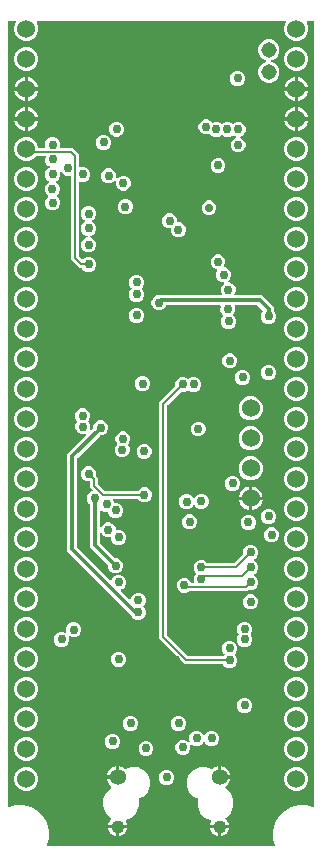
<source format=gbr>
From 7bebf9fe62dad33867ba6df1c0c611f8b313c549 Mon Sep 17 00:00:00 2001
From: Prashant Kumar <prashant.kmr752@gmail.com>
Date: Wed, 3 Jun 2020 22:26:24 +0530
Subject: Add test resource and test code for eagle files.

---
 .../resources/eagle_files/copper_inner_l3.gbr      | 6632 ++++++++++++++++++++
 1 file changed, 6632 insertions(+)
 create mode 100644 gerbonara/gerber/tests/resources/eagle_files/copper_inner_l3.gbr

(limited to 'gerbonara/gerber/tests/resources/eagle_files/copper_inner_l3.gbr')

diff --git a/gerbonara/gerber/tests/resources/eagle_files/copper_inner_l3.gbr b/gerbonara/gerber/tests/resources/eagle_files/copper_inner_l3.gbr
new file mode 100644
index 0000000..e674a8f
--- /dev/null
+++ b/gerbonara/gerber/tests/resources/eagle_files/copper_inner_l3.gbr
@@ -0,0 +1,6632 @@
+G04 EAGLE Gerber RS-274X export*
+G75*
+%MOMM*%
+%FSLAX34Y34*%
+%LPD*%
+%INCopper Layer 15*%
+%IPPOS*%
+%AMOC8*
+5,1,8,0,0,1.08239X$1,22.5*%
+G01*
+%ADD10C,1.524000*%
+%ADD11C,0.858000*%
+%ADD12C,1.358000*%
+%ADD13C,1.108000*%
+%ADD14C,1.308000*%
+%ADD15C,0.706400*%
+%ADD16C,0.756400*%
+%ADD17C,0.152400*%
+%ADD18C,0.355600*%
+
+G36*
+X235713Y10180D02*
+X235713Y10180D01*
+X235831Y10198D01*
+X235835Y10200D01*
+X235839Y10200D01*
+X235944Y10256D01*
+X236050Y10311D01*
+X236052Y10314D01*
+X236056Y10316D01*
+X236138Y10402D01*
+X236221Y10487D01*
+X236223Y10491D01*
+X236226Y10494D01*
+X236276Y10602D01*
+X236327Y10709D01*
+X236327Y10713D01*
+X236329Y10717D01*
+X236342Y10834D01*
+X236357Y10953D01*
+X236356Y10958D01*
+X236356Y10961D01*
+X236353Y10975D01*
+X236331Y11119D01*
+X234839Y16688D01*
+X234839Y23312D01*
+X236554Y29712D01*
+X239866Y35449D01*
+X244551Y40134D01*
+X250288Y43446D01*
+X256688Y45161D01*
+X263312Y45161D01*
+X268881Y43669D01*
+X269000Y43657D01*
+X269117Y43644D01*
+X269122Y43645D01*
+X269126Y43644D01*
+X269241Y43671D01*
+X269358Y43696D01*
+X269361Y43698D01*
+X269366Y43699D01*
+X269467Y43761D01*
+X269569Y43822D01*
+X269572Y43825D01*
+X269575Y43828D01*
+X269652Y43919D01*
+X269729Y44009D01*
+X269730Y44013D01*
+X269733Y44016D01*
+X269776Y44126D01*
+X269807Y44204D01*
+X269811Y44212D01*
+X269811Y44214D01*
+X269821Y44237D01*
+X269821Y44242D01*
+X269823Y44245D01*
+X269823Y44259D01*
+X269839Y44404D01*
+X269839Y708025D01*
+X269836Y708045D01*
+X269838Y708064D01*
+X269816Y708166D01*
+X269800Y708268D01*
+X269790Y708285D01*
+X269786Y708305D01*
+X269733Y708394D01*
+X269684Y708485D01*
+X269670Y708499D01*
+X269660Y708516D01*
+X269581Y708583D01*
+X269506Y708655D01*
+X269488Y708663D01*
+X269473Y708676D01*
+X269377Y708715D01*
+X269283Y708758D01*
+X269263Y708760D01*
+X269245Y708768D01*
+X269078Y708786D01*
+X263918Y708786D01*
+X263872Y708779D01*
+X263826Y708781D01*
+X263752Y708759D01*
+X263675Y708747D01*
+X263634Y708725D01*
+X263590Y708712D01*
+X263526Y708668D01*
+X263458Y708631D01*
+X263426Y708598D01*
+X263388Y708572D01*
+X263342Y708509D01*
+X263288Y708453D01*
+X263269Y708411D01*
+X263241Y708375D01*
+X263217Y708301D01*
+X263185Y708230D01*
+X263179Y708184D01*
+X263165Y708141D01*
+X263166Y708063D01*
+X263157Y707986D01*
+X263167Y707941D01*
+X263168Y707895D01*
+X263206Y707763D01*
+X263210Y707745D01*
+X263212Y707741D01*
+X263214Y707734D01*
+X264711Y704121D01*
+X264711Y700079D01*
+X263164Y696344D01*
+X260306Y693486D01*
+X256571Y691939D01*
+X252529Y691939D01*
+X248794Y693486D01*
+X245936Y696344D01*
+X244389Y700079D01*
+X244389Y704121D01*
+X245886Y707734D01*
+X245896Y707778D01*
+X245915Y707820D01*
+X245924Y707897D01*
+X245942Y707973D01*
+X245938Y708019D01*
+X245943Y708064D01*
+X245926Y708141D01*
+X245919Y708218D01*
+X245900Y708260D01*
+X245890Y708305D01*
+X245850Y708372D01*
+X245819Y708443D01*
+X245788Y708477D01*
+X245764Y708516D01*
+X245705Y708567D01*
+X245652Y708624D01*
+X245612Y708646D01*
+X245577Y708676D01*
+X245505Y708705D01*
+X245437Y708742D01*
+X245392Y708751D01*
+X245349Y708768D01*
+X245213Y708783D01*
+X245195Y708786D01*
+X245190Y708785D01*
+X245182Y708786D01*
+X35318Y708786D01*
+X35272Y708779D01*
+X35226Y708781D01*
+X35152Y708759D01*
+X35075Y708747D01*
+X35034Y708725D01*
+X34990Y708712D01*
+X34926Y708668D01*
+X34858Y708631D01*
+X34826Y708598D01*
+X34788Y708572D01*
+X34742Y708509D01*
+X34688Y708453D01*
+X34669Y708411D01*
+X34641Y708375D01*
+X34617Y708301D01*
+X34585Y708230D01*
+X34579Y708184D01*
+X34565Y708141D01*
+X34566Y708063D01*
+X34557Y707986D01*
+X34567Y707941D01*
+X34568Y707895D01*
+X34606Y707763D01*
+X34610Y707745D01*
+X34612Y707741D01*
+X34614Y707734D01*
+X36111Y704121D01*
+X36111Y700079D01*
+X34564Y696344D01*
+X31706Y693486D01*
+X27971Y691939D01*
+X23929Y691939D01*
+X20194Y693486D01*
+X17336Y696344D01*
+X15789Y700079D01*
+X15789Y704121D01*
+X17286Y707734D01*
+X17296Y707778D01*
+X17315Y707820D01*
+X17324Y707897D01*
+X17342Y707973D01*
+X17338Y708019D01*
+X17343Y708064D01*
+X17326Y708141D01*
+X17319Y708218D01*
+X17300Y708260D01*
+X17290Y708305D01*
+X17250Y708372D01*
+X17219Y708443D01*
+X17188Y708477D01*
+X17164Y708516D01*
+X17105Y708567D01*
+X17052Y708624D01*
+X17012Y708646D01*
+X16977Y708676D01*
+X16905Y708705D01*
+X16837Y708742D01*
+X16792Y708751D01*
+X16749Y708768D01*
+X16613Y708783D01*
+X16595Y708786D01*
+X16590Y708785D01*
+X16582Y708786D01*
+X10922Y708786D01*
+X10902Y708783D01*
+X10883Y708785D01*
+X10781Y708763D01*
+X10679Y708747D01*
+X10662Y708737D01*
+X10642Y708733D01*
+X10553Y708680D01*
+X10462Y708631D01*
+X10448Y708617D01*
+X10431Y708607D01*
+X10364Y708528D01*
+X10292Y708453D01*
+X10284Y708435D01*
+X10271Y708420D01*
+X10232Y708324D01*
+X10189Y708230D01*
+X10187Y708210D01*
+X10179Y708192D01*
+X10161Y708025D01*
+X10161Y44404D01*
+X10163Y44390D01*
+X10162Y44378D01*
+X10175Y44316D01*
+X10180Y44287D01*
+X10198Y44169D01*
+X10200Y44165D01*
+X10200Y44161D01*
+X10256Y44056D01*
+X10311Y43950D01*
+X10314Y43948D01*
+X10316Y43944D01*
+X10402Y43862D01*
+X10487Y43779D01*
+X10491Y43777D01*
+X10494Y43774D01*
+X10602Y43724D01*
+X10709Y43673D01*
+X10713Y43673D01*
+X10717Y43671D01*
+X10834Y43658D01*
+X10953Y43643D01*
+X10958Y43644D01*
+X10961Y43644D01*
+X10975Y43647D01*
+X11119Y43669D01*
+X16688Y45161D01*
+X23312Y45161D01*
+X29712Y43446D01*
+X35449Y40134D01*
+X40134Y35449D01*
+X43446Y29712D01*
+X45161Y23312D01*
+X45161Y16688D01*
+X43669Y11119D01*
+X43657Y11000D01*
+X43644Y10883D01*
+X43645Y10878D01*
+X43644Y10874D01*
+X43671Y10759D01*
+X43696Y10642D01*
+X43698Y10639D01*
+X43699Y10634D01*
+X43761Y10533D01*
+X43822Y10431D01*
+X43825Y10428D01*
+X43828Y10425D01*
+X43919Y10348D01*
+X44009Y10271D01*
+X44013Y10270D01*
+X44016Y10267D01*
+X44126Y10224D01*
+X44237Y10179D01*
+X44242Y10179D01*
+X44245Y10177D01*
+X44259Y10177D01*
+X44404Y10161D01*
+X235596Y10161D01*
+X235713Y10180D01*
+G37*
+%LPC*%
+G36*
+X196862Y161317D02*
+X196862Y161317D01*
+X194538Y162280D01*
+X192704Y164114D01*
+X192630Y164167D01*
+X192561Y164227D01*
+X192530Y164239D01*
+X192504Y164258D01*
+X192417Y164285D01*
+X192332Y164319D01*
+X192291Y164323D01*
+X192269Y164330D01*
+X192237Y164329D01*
+X192166Y164337D01*
+X160049Y164337D01*
+X138684Y185703D01*
+X138684Y386151D01*
+X151978Y399445D01*
+X152031Y399519D01*
+X152091Y399588D01*
+X152103Y399619D01*
+X152122Y399645D01*
+X152149Y399732D01*
+X152183Y399817D01*
+X152187Y399858D01*
+X152194Y399880D01*
+X152193Y399912D01*
+X152201Y399983D01*
+X152201Y402578D01*
+X153164Y404902D01*
+X154942Y406680D01*
+X157266Y407643D01*
+X159782Y407643D01*
+X162106Y406680D01*
+X162544Y406242D01*
+X162560Y406230D01*
+X162572Y406215D01*
+X162659Y406159D01*
+X162743Y406098D01*
+X162762Y406093D01*
+X162779Y406082D01*
+X162880Y406057D01*
+X162979Y406026D01*
+X162998Y406027D01*
+X163018Y406022D01*
+X163121Y406030D01*
+X163224Y406032D01*
+X163243Y406039D01*
+X163263Y406041D01*
+X163358Y406081D01*
+X163455Y406117D01*
+X163471Y406129D01*
+X163489Y406137D01*
+X163620Y406242D01*
+X164058Y406680D01*
+X166382Y407643D01*
+X168898Y407643D01*
+X171222Y406680D01*
+X173000Y404902D01*
+X173963Y402578D01*
+X173963Y400062D01*
+X173000Y397738D01*
+X171222Y395960D01*
+X168898Y394997D01*
+X166382Y394997D01*
+X164058Y395960D01*
+X163620Y396398D01*
+X163604Y396410D01*
+X163592Y396425D01*
+X163505Y396481D01*
+X163421Y396542D01*
+X163402Y396547D01*
+X163385Y396558D01*
+X163284Y396583D01*
+X163185Y396614D01*
+X163166Y396613D01*
+X163146Y396618D01*
+X163043Y396610D01*
+X162940Y396608D01*
+X162921Y396601D01*
+X162901Y396599D01*
+X162806Y396559D01*
+X162709Y396523D01*
+X162693Y396511D01*
+X162675Y396503D01*
+X162544Y396398D01*
+X162106Y395960D01*
+X159782Y394997D01*
+X157187Y394997D01*
+X157097Y394983D01*
+X157006Y394975D01*
+X156977Y394963D01*
+X156945Y394958D01*
+X156864Y394915D01*
+X156780Y394879D01*
+X156748Y394853D01*
+X156727Y394842D01*
+X156705Y394819D01*
+X156649Y394774D01*
+X145512Y383637D01*
+X145459Y383563D01*
+X145400Y383494D01*
+X145387Y383464D01*
+X145369Y383438D01*
+X145342Y383351D01*
+X145308Y383266D01*
+X145303Y383225D01*
+X145296Y383203D01*
+X145297Y383170D01*
+X145289Y383099D01*
+X145289Y188754D01*
+X145304Y188664D01*
+X145311Y188573D01*
+X145324Y188543D01*
+X145329Y188511D01*
+X145372Y188431D01*
+X145407Y188347D01*
+X145433Y188315D01*
+X145444Y188294D01*
+X145467Y188272D01*
+X145512Y188216D01*
+X162562Y171166D01*
+X162636Y171113D01*
+X162706Y171053D01*
+X162736Y171041D01*
+X162762Y171022D01*
+X162849Y170995D01*
+X162934Y170961D01*
+X162975Y170957D01*
+X162997Y170950D01*
+X163029Y170951D01*
+X163101Y170943D01*
+X192166Y170943D01*
+X192256Y170957D01*
+X192347Y170965D01*
+X192377Y170977D01*
+X192408Y170982D01*
+X192489Y171025D01*
+X192573Y171061D01*
+X192605Y171087D01*
+X192626Y171098D01*
+X192648Y171121D01*
+X192704Y171166D01*
+X193720Y172182D01*
+X193732Y172198D01*
+X193747Y172210D01*
+X193803Y172298D01*
+X193864Y172381D01*
+X193869Y172400D01*
+X193880Y172417D01*
+X193905Y172518D01*
+X193936Y172617D01*
+X193935Y172636D01*
+X193940Y172656D01*
+X193932Y172759D01*
+X193930Y172862D01*
+X193923Y172881D01*
+X193921Y172901D01*
+X193881Y172996D01*
+X193845Y173093D01*
+X193833Y173109D01*
+X193825Y173127D01*
+X193720Y173258D01*
+X192760Y174218D01*
+X191797Y176542D01*
+X191797Y179058D01*
+X192760Y181382D01*
+X194538Y183160D01*
+X196862Y184123D01*
+X199378Y184123D01*
+X201702Y183160D01*
+X203480Y181382D01*
+X204443Y179058D01*
+X204443Y176542D01*
+X203480Y174218D01*
+X202520Y173258D01*
+X202508Y173242D01*
+X202493Y173230D01*
+X202437Y173142D01*
+X202376Y173059D01*
+X202371Y173040D01*
+X202360Y173023D01*
+X202335Y172922D01*
+X202304Y172823D01*
+X202305Y172804D01*
+X202300Y172784D01*
+X202308Y172681D01*
+X202310Y172578D01*
+X202317Y172559D01*
+X202319Y172539D01*
+X202359Y172444D01*
+X202395Y172347D01*
+X202407Y172331D01*
+X202415Y172313D01*
+X202520Y172182D01*
+X203480Y171222D01*
+X204443Y168898D01*
+X204443Y166382D01*
+X203480Y164058D01*
+X201702Y162280D01*
+X199378Y161317D01*
+X196862Y161317D01*
+G37*
+%LPD*%
+%LPC*%
+G36*
+X119392Y201957D02*
+X119392Y201957D01*
+X117068Y202920D01*
+X115290Y204698D01*
+X115158Y205018D01*
+X115123Y205073D01*
+X115097Y205134D01*
+X115045Y205199D01*
+X115028Y205227D01*
+X115013Y205239D01*
+X114993Y205265D01*
+X113543Y206714D01*
+X63204Y257053D01*
+X60451Y259806D01*
+X60451Y342149D01*
+X63204Y344902D01*
+X76584Y358281D01*
+X76626Y358341D01*
+X76669Y358385D01*
+X76678Y358406D01*
+X76703Y358435D01*
+X76712Y358460D01*
+X76727Y358481D01*
+X76755Y358571D01*
+X76772Y358608D01*
+X76774Y358620D01*
+X76791Y358665D01*
+X76792Y358691D01*
+X76800Y358716D01*
+X76797Y358813D01*
+X76798Y358844D01*
+X76799Y358853D01*
+X76799Y358855D01*
+X76801Y358911D01*
+X76794Y358936D01*
+X76793Y358962D01*
+X76760Y359053D01*
+X76733Y359147D01*
+X76718Y359168D01*
+X76709Y359193D01*
+X76648Y359269D01*
+X76592Y359349D01*
+X76571Y359365D01*
+X76555Y359385D01*
+X76473Y359438D01*
+X76395Y359496D01*
+X76370Y359504D01*
+X76348Y359518D01*
+X76254Y359542D01*
+X76161Y359572D01*
+X76135Y359572D01*
+X76110Y359578D01*
+X76049Y359573D01*
+X76039Y359574D01*
+X76030Y359574D01*
+X76006Y359570D01*
+X75915Y359570D01*
+X75884Y359560D01*
+X75864Y359559D01*
+X75834Y359546D01*
+X75805Y359538D01*
+X75787Y359535D01*
+X75778Y359530D01*
+X75754Y359523D01*
+X75070Y359239D01*
+X72554Y359239D01*
+X70230Y360202D01*
+X68452Y361980D01*
+X67489Y364304D01*
+X67489Y366820D01*
+X68452Y369144D01*
+X68800Y369492D01*
+X68812Y369508D01*
+X68827Y369520D01*
+X68883Y369608D01*
+X68943Y369692D01*
+X68949Y369711D01*
+X68960Y369727D01*
+X68985Y369828D01*
+X69016Y369927D01*
+X69015Y369947D01*
+X69020Y369966D01*
+X69012Y370069D01*
+X69009Y370172D01*
+X69003Y370191D01*
+X69001Y370211D01*
+X68961Y370306D01*
+X68925Y370403D01*
+X68913Y370419D01*
+X68905Y370437D01*
+X68800Y370568D01*
+X68300Y371068D01*
+X67337Y373392D01*
+X67337Y375908D01*
+X68300Y378232D01*
+X70078Y380010D01*
+X72402Y380973D01*
+X74918Y380973D01*
+X77242Y380010D01*
+X79020Y378232D01*
+X79983Y375908D01*
+X79983Y373392D01*
+X79020Y371068D01*
+X78672Y370720D01*
+X78660Y370704D01*
+X78645Y370692D01*
+X78589Y370604D01*
+X78528Y370520D01*
+X78523Y370501D01*
+X78512Y370485D01*
+X78486Y370384D01*
+X78456Y370285D01*
+X78457Y370265D01*
+X78452Y370246D01*
+X78460Y370143D01*
+X78462Y370039D01*
+X78469Y370021D01*
+X78471Y370001D01*
+X78511Y369906D01*
+X78547Y369808D01*
+X78559Y369793D01*
+X78567Y369775D01*
+X78672Y369644D01*
+X79172Y369144D01*
+X80135Y366820D01*
+X80135Y364304D01*
+X79851Y363620D01*
+X79843Y363587D01*
+X79843Y363586D01*
+X79843Y363584D01*
+X79829Y363525D01*
+X79800Y363432D01*
+X79801Y363406D01*
+X79795Y363380D01*
+X79804Y363284D01*
+X79806Y363186D01*
+X79815Y363161D01*
+X79818Y363135D01*
+X79858Y363046D01*
+X79891Y362955D01*
+X79907Y362935D01*
+X79918Y362911D01*
+X79984Y362839D01*
+X80045Y362763D01*
+X80067Y362749D01*
+X80084Y362730D01*
+X80169Y362683D01*
+X80252Y362630D01*
+X80277Y362624D01*
+X80300Y362611D01*
+X80396Y362594D01*
+X80490Y362570D01*
+X80516Y362572D01*
+X80542Y362567D01*
+X80638Y362581D01*
+X80735Y362589D01*
+X80759Y362599D01*
+X80785Y362603D01*
+X80872Y362647D01*
+X80962Y362685D01*
+X80987Y362706D01*
+X81004Y362715D01*
+X81027Y362738D01*
+X81093Y362790D01*
+X82354Y364052D01*
+X82407Y364126D01*
+X82467Y364195D01*
+X82479Y364225D01*
+X82498Y364252D01*
+X82525Y364339D01*
+X82559Y364423D01*
+X82563Y364464D01*
+X82570Y364487D01*
+X82569Y364519D01*
+X82577Y364590D01*
+X82577Y365748D01*
+X83540Y368072D01*
+X85318Y369850D01*
+X87642Y370813D01*
+X90158Y370813D01*
+X92482Y369850D01*
+X94260Y368072D01*
+X95223Y365748D01*
+X95223Y363232D01*
+X94260Y360908D01*
+X92482Y359130D01*
+X90158Y358167D01*
+X89000Y358167D01*
+X88910Y358153D01*
+X88819Y358145D01*
+X88789Y358133D01*
+X88757Y358128D01*
+X88677Y358085D01*
+X88593Y358049D01*
+X88561Y358023D01*
+X88540Y358012D01*
+X88518Y357989D01*
+X88462Y357944D01*
+X69312Y338794D01*
+X69269Y338735D01*
+X69224Y338688D01*
+X69216Y338671D01*
+X69199Y338651D01*
+X69187Y338621D01*
+X69168Y338594D01*
+X69143Y338513D01*
+X69121Y338464D01*
+X69119Y338452D01*
+X69107Y338423D01*
+X69103Y338382D01*
+X69096Y338359D01*
+X69097Y338327D01*
+X69089Y338256D01*
+X69089Y263699D01*
+X69103Y263609D01*
+X69111Y263518D01*
+X69123Y263488D01*
+X69128Y263456D01*
+X69171Y263376D01*
+X69207Y263292D01*
+X69233Y263260D01*
+X69244Y263239D01*
+X69267Y263217D01*
+X69312Y263161D01*
+X96929Y235543D01*
+X96966Y235517D01*
+X96997Y235483D01*
+X97066Y235445D01*
+X97129Y235400D01*
+X97172Y235386D01*
+X97213Y235364D01*
+X97289Y235350D01*
+X97364Y235328D01*
+X97410Y235329D01*
+X97455Y235321D01*
+X97532Y235332D01*
+X97610Y235334D01*
+X97653Y235350D01*
+X97698Y235356D01*
+X97767Y235392D01*
+X97841Y235418D01*
+X97876Y235447D01*
+X97917Y235468D01*
+X97972Y235523D01*
+X98033Y235572D01*
+X98057Y235611D01*
+X98090Y235643D01*
+X98156Y235763D01*
+X98166Y235779D01*
+X98167Y235784D01*
+X98171Y235790D01*
+X98780Y237262D01*
+X100558Y239040D01*
+X102544Y239863D01*
+X102627Y239914D01*
+X102713Y239960D01*
+X102731Y239978D01*
+X102753Y239992D01*
+X102816Y240068D01*
+X102883Y240138D01*
+X102894Y240162D01*
+X102910Y240182D01*
+X102934Y240243D01*
+X102940Y240235D01*
+X103018Y240176D01*
+X103092Y240113D01*
+X103116Y240103D01*
+X103137Y240088D01*
+X103230Y240058D01*
+X103320Y240021D01*
+X103353Y240018D01*
+X103371Y240012D01*
+X103404Y240012D01*
+X103487Y240003D01*
+X105398Y240003D01*
+X107722Y239040D01*
+X109500Y237262D01*
+X110463Y234938D01*
+X110463Y232422D01*
+X109500Y230098D01*
+X107722Y228320D01*
+X106250Y227711D01*
+X106211Y227686D01*
+X106168Y227671D01*
+X106108Y227622D01*
+X106041Y227581D01*
+X106012Y227546D01*
+X105976Y227517D01*
+X105934Y227451D01*
+X105885Y227391D01*
+X105868Y227349D01*
+X105843Y227310D01*
+X105824Y227234D01*
+X105796Y227162D01*
+X105794Y227116D01*
+X105783Y227071D01*
+X105789Y226994D01*
+X105786Y226916D01*
+X105799Y226872D01*
+X105802Y226826D01*
+X105833Y226755D01*
+X105855Y226680D01*
+X105881Y226642D01*
+X105899Y226600D01*
+X105984Y226493D01*
+X105995Y226478D01*
+X105999Y226475D01*
+X106003Y226469D01*
+X113126Y219346D01*
+X113164Y219319D01*
+X113195Y219285D01*
+X113263Y219248D01*
+X113326Y219203D01*
+X113370Y219189D01*
+X113410Y219167D01*
+X113487Y219153D01*
+X113561Y219130D01*
+X113607Y219131D01*
+X113652Y219123D01*
+X113729Y219134D01*
+X113807Y219137D01*
+X113850Y219152D01*
+X113896Y219159D01*
+X113965Y219194D01*
+X114038Y219221D01*
+X114074Y219250D01*
+X114115Y219270D01*
+X114169Y219326D01*
+X114230Y219375D01*
+X114255Y219413D01*
+X114287Y219446D01*
+X114353Y219566D01*
+X114363Y219582D01*
+X114364Y219586D01*
+X114368Y219593D01*
+X115374Y222022D01*
+X117152Y223800D01*
+X119476Y224763D01*
+X121992Y224763D01*
+X124316Y223800D01*
+X126094Y222022D01*
+X127057Y219698D01*
+X127057Y217182D01*
+X126094Y214858D01*
+X125092Y213856D01*
+X125080Y213840D01*
+X125065Y213828D01*
+X125009Y213740D01*
+X124948Y213657D01*
+X124943Y213638D01*
+X124932Y213621D01*
+X124907Y213520D01*
+X124876Y213421D01*
+X124877Y213402D01*
+X124872Y213382D01*
+X124880Y213279D01*
+X124882Y213176D01*
+X124889Y213157D01*
+X124891Y213137D01*
+X124931Y213042D01*
+X124967Y212945D01*
+X124979Y212929D01*
+X124987Y212911D01*
+X125092Y212780D01*
+X126010Y211862D01*
+X126973Y209538D01*
+X126973Y207022D01*
+X126010Y204698D01*
+X124232Y202920D01*
+X121908Y201957D01*
+X119392Y201957D01*
+G37*
+%LPD*%
+%LPC*%
+G36*
+X77482Y496597D02*
+X77482Y496597D01*
+X75158Y497560D01*
+X73324Y499394D01*
+X73250Y499447D01*
+X73181Y499507D01*
+X73151Y499519D01*
+X73124Y499538D01*
+X73037Y499565D01*
+X72952Y499599D01*
+X72912Y499603D01*
+X72889Y499610D01*
+X72857Y499609D01*
+X72786Y499617D01*
+X71022Y499617D01*
+X64007Y506632D01*
+X64007Y577512D01*
+X64000Y577557D01*
+X64002Y577603D01*
+X63980Y577678D01*
+X63968Y577754D01*
+X63946Y577795D01*
+X63933Y577839D01*
+X63889Y577903D01*
+X63852Y577972D01*
+X63819Y578003D01*
+X63793Y578041D01*
+X63730Y578088D01*
+X63674Y578141D01*
+X63632Y578160D01*
+X63596Y578188D01*
+X63522Y578212D01*
+X63451Y578245D01*
+X63405Y578250D01*
+X63362Y578264D01*
+X63284Y578263D01*
+X63207Y578272D01*
+X63162Y578262D01*
+X63116Y578262D01*
+X62985Y578224D01*
+X62966Y578220D01*
+X62962Y578217D01*
+X62955Y578215D01*
+X62446Y578004D01*
+X59931Y578004D01*
+X57607Y578967D01*
+X55882Y580692D01*
+X55824Y580734D01*
+X55772Y580783D01*
+X55725Y580805D01*
+X55683Y580835D01*
+X55614Y580856D01*
+X55549Y580887D01*
+X55497Y580892D01*
+X55447Y580908D01*
+X55376Y580906D01*
+X55305Y580914D01*
+X55254Y580903D01*
+X55202Y580901D01*
+X55134Y580877D01*
+X55064Y580861D01*
+X55019Y580835D01*
+X54971Y580817D01*
+X54915Y580772D01*
+X54853Y580735D01*
+X54819Y580696D01*
+X54779Y580663D01*
+X54740Y580603D01*
+X54693Y580548D01*
+X54674Y580500D01*
+X54646Y580456D01*
+X54628Y580387D01*
+X54601Y580320D01*
+X54593Y580249D01*
+X54585Y580218D01*
+X54587Y580194D01*
+X54583Y580153D01*
+X54583Y577862D01*
+X53620Y575538D01*
+X51842Y573760D01*
+X51356Y573559D01*
+X51295Y573521D01*
+X51230Y573492D01*
+X51191Y573457D01*
+X51147Y573429D01*
+X51101Y573374D01*
+X51049Y573325D01*
+X51023Y573280D01*
+X50990Y573240D01*
+X50965Y573173D01*
+X50930Y573110D01*
+X50921Y573059D01*
+X50902Y573010D01*
+X50899Y572939D01*
+X50886Y572868D01*
+X50894Y572816D01*
+X50892Y572764D01*
+X50912Y572695D01*
+X50922Y572625D01*
+X50946Y572578D01*
+X50960Y572528D01*
+X51001Y572469D01*
+X51034Y572405D01*
+X51071Y572369D01*
+X51100Y572326D01*
+X51158Y572283D01*
+X51209Y572233D01*
+X51272Y572199D01*
+X51298Y572179D01*
+X51320Y572172D01*
+X51356Y572152D01*
+X51550Y572072D01*
+X53328Y570293D01*
+X54291Y567970D01*
+X54291Y565454D01*
+X53328Y563130D01*
+X51733Y561535D01*
+X51717Y561513D01*
+X51707Y561505D01*
+X51694Y561485D01*
+X51665Y561457D01*
+X51631Y561393D01*
+X51589Y561335D01*
+X51581Y561308D01*
+X51574Y561298D01*
+X51569Y561276D01*
+X51550Y561240D01*
+X51538Y561169D01*
+X51517Y561100D01*
+X51517Y561072D01*
+X51514Y561060D01*
+X51516Y561037D01*
+X51510Y560997D01*
+X51521Y560926D01*
+X51523Y560854D01*
+X51532Y560828D01*
+X51533Y560815D01*
+X51543Y560792D01*
+X51549Y560755D01*
+X51583Y560691D01*
+X51607Y560623D01*
+X51623Y560603D01*
+X51630Y560588D01*
+X51650Y560562D01*
+X51664Y560537D01*
+X51693Y560509D01*
+X51734Y560457D01*
+X53620Y558572D01*
+X54583Y556248D01*
+X54583Y553732D01*
+X53620Y551408D01*
+X51842Y549630D01*
+X49518Y548667D01*
+X47002Y548667D01*
+X44678Y549630D01*
+X42900Y551408D01*
+X41937Y553732D01*
+X41937Y556248D01*
+X42900Y558572D01*
+X44496Y560167D01*
+X44511Y560189D01*
+X44521Y560197D01*
+X44534Y560217D01*
+X44563Y560245D01*
+X44597Y560308D01*
+X44639Y560367D01*
+X44647Y560393D01*
+X44654Y560404D01*
+X44659Y560426D01*
+X44679Y560462D01*
+X44690Y560533D01*
+X44712Y560602D01*
+X44711Y560630D01*
+X44714Y560642D01*
+X44712Y560665D01*
+X44719Y560705D01*
+X44707Y560776D01*
+X44705Y560848D01*
+X44696Y560873D01*
+X44695Y560887D01*
+X44685Y560910D01*
+X44679Y560947D01*
+X44645Y561011D01*
+X44621Y561079D01*
+X44605Y561099D01*
+X44598Y561114D01*
+X44578Y561139D01*
+X44564Y561165D01*
+X44535Y561193D01*
+X44494Y561245D01*
+X42608Y563130D01*
+X41645Y565454D01*
+X41645Y567970D01*
+X42608Y570293D01*
+X44387Y572072D01*
+X44872Y572273D01*
+X44933Y572311D01*
+X44998Y572340D01*
+X45037Y572375D01*
+X45081Y572403D01*
+X45127Y572458D01*
+X45180Y572506D01*
+X45205Y572552D01*
+X45238Y572592D01*
+X45264Y572659D01*
+X45298Y572722D01*
+X45307Y572773D01*
+X45326Y572822D01*
+X45329Y572893D01*
+X45342Y572964D01*
+X45334Y573016D01*
+X45336Y573068D01*
+X45316Y573136D01*
+X45306Y573207D01*
+X45282Y573254D01*
+X45268Y573304D01*
+X45227Y573363D01*
+X45195Y573427D01*
+X45157Y573463D01*
+X45128Y573506D01*
+X45070Y573549D01*
+X45019Y573599D01*
+X44956Y573633D01*
+X44930Y573653D01*
+X44908Y573660D01*
+X44872Y573680D01*
+X44678Y573760D01*
+X42900Y575538D01*
+X41937Y577862D01*
+X41937Y580378D01*
+X42900Y582702D01*
+X44678Y584480D01*
+X45370Y584767D01*
+X45431Y584804D01*
+X45497Y584834D01*
+X45535Y584869D01*
+X45579Y584896D01*
+X45625Y584951D01*
+X45678Y585000D01*
+X45703Y585046D01*
+X45736Y585086D01*
+X45762Y585153D01*
+X45796Y585216D01*
+X45806Y585267D01*
+X45824Y585315D01*
+X45827Y585387D01*
+X45840Y585458D01*
+X45833Y585509D01*
+X45835Y585561D01*
+X45815Y585630D01*
+X45804Y585701D01*
+X45781Y585747D01*
+X45766Y585797D01*
+X45725Y585856D01*
+X45693Y585920D01*
+X45656Y585957D01*
+X45626Y585999D01*
+X45568Y586042D01*
+X45517Y586092D01*
+X45454Y586127D01*
+X45429Y586146D01*
+X45406Y586153D01*
+X45370Y586173D01*
+X44678Y586460D01*
+X42900Y588238D01*
+X41937Y590562D01*
+X41937Y593078D01*
+X42243Y593815D01*
+X42253Y593859D01*
+X42272Y593901D01*
+X42281Y593978D01*
+X42299Y594054D01*
+X42294Y594100D01*
+X42299Y594145D01*
+X42283Y594222D01*
+X42276Y594299D01*
+X42257Y594341D01*
+X42247Y594386D01*
+X42207Y594453D01*
+X42176Y594524D01*
+X42145Y594558D01*
+X42121Y594597D01*
+X42062Y594648D01*
+X42009Y594705D01*
+X41969Y594727D01*
+X41934Y594757D01*
+X41862Y594786D01*
+X41794Y594823D01*
+X41749Y594832D01*
+X41706Y594849D01*
+X41570Y594864D01*
+X41552Y594867D01*
+X41547Y594866D01*
+X41539Y594867D01*
+X35002Y594867D01*
+X34912Y594853D01*
+X34821Y594845D01*
+X34791Y594833D01*
+X34759Y594828D01*
+X34679Y594785D01*
+X34595Y594749D01*
+X34563Y594723D01*
+X34542Y594712D01*
+X34520Y594689D01*
+X34464Y594644D01*
+X31706Y591886D01*
+X27971Y590339D01*
+X23929Y590339D01*
+X20194Y591886D01*
+X17336Y594744D01*
+X15789Y598479D01*
+X15789Y602521D01*
+X17336Y606256D01*
+X20194Y609114D01*
+X23929Y610661D01*
+X27971Y610661D01*
+X31706Y609114D01*
+X34564Y606256D01*
+X36111Y602521D01*
+X36111Y602234D01*
+X36114Y602214D01*
+X36112Y602195D01*
+X36134Y602093D01*
+X36150Y601991D01*
+X36160Y601974D01*
+X36164Y601954D01*
+X36217Y601865D01*
+X36266Y601774D01*
+X36280Y601760D01*
+X36290Y601743D01*
+X36369Y601676D01*
+X36444Y601604D01*
+X36462Y601596D01*
+X36477Y601583D01*
+X36573Y601544D01*
+X36667Y601501D01*
+X36687Y601499D01*
+X36705Y601491D01*
+X36872Y601473D01*
+X41422Y601473D01*
+X41468Y601480D01*
+X41514Y601478D01*
+X41589Y601500D01*
+X41665Y601512D01*
+X41706Y601534D01*
+X41750Y601547D01*
+X41814Y601591D01*
+X41883Y601628D01*
+X41914Y601661D01*
+X41952Y601687D01*
+X41998Y601750D01*
+X42052Y601806D01*
+X42071Y601848D01*
+X42099Y601884D01*
+X42123Y601958D01*
+X42156Y602029D01*
+X42161Y602075D01*
+X42175Y602118D01*
+X42174Y602196D01*
+X42183Y602273D01*
+X42173Y602318D01*
+X42172Y602364D01*
+X42134Y602495D01*
+X42130Y602514D01*
+X42128Y602518D01*
+X42126Y602525D01*
+X41937Y602980D01*
+X41937Y605496D01*
+X42900Y607820D01*
+X44678Y609598D01*
+X47002Y610561D01*
+X49518Y610561D01*
+X51842Y609598D01*
+X53620Y607820D01*
+X54583Y605496D01*
+X54583Y602980D01*
+X54394Y602525D01*
+X54384Y602481D01*
+X54364Y602439D01*
+X54356Y602362D01*
+X54338Y602286D01*
+X54342Y602240D01*
+X54337Y602195D01*
+X54354Y602118D01*
+X54361Y602041D01*
+X54380Y601999D01*
+X54390Y601954D01*
+X54429Y601887D01*
+X54461Y601816D01*
+X54492Y601782D01*
+X54516Y601743D01*
+X54575Y601692D01*
+X54628Y601635D01*
+X54668Y601613D01*
+X54703Y601583D01*
+X54775Y601554D01*
+X54843Y601517D01*
+X54888Y601508D01*
+X54931Y601491D01*
+X55067Y601476D01*
+X55085Y601473D01*
+X55090Y601474D01*
+X55098Y601473D01*
+X64868Y601473D01*
+X68455Y597886D01*
+X70613Y595728D01*
+X70613Y585841D01*
+X70620Y585795D01*
+X70618Y585750D01*
+X70640Y585675D01*
+X70652Y585598D01*
+X70674Y585557D01*
+X70687Y585513D01*
+X70731Y585449D01*
+X70768Y585381D01*
+X70801Y585349D01*
+X70827Y585311D01*
+X70889Y585265D01*
+X70946Y585211D01*
+X70988Y585192D01*
+X71024Y585165D01*
+X71098Y585140D01*
+X71169Y585108D01*
+X71215Y585103D01*
+X71258Y585088D01*
+X71336Y585089D01*
+X71413Y585081D01*
+X71458Y585090D01*
+X71504Y585091D01*
+X71635Y585129D01*
+X71654Y585133D01*
+X71658Y585135D01*
+X71665Y585137D01*
+X72402Y585443D01*
+X74918Y585443D01*
+X77242Y584480D01*
+X79020Y582702D01*
+X79983Y580378D01*
+X79983Y577862D01*
+X79020Y575538D01*
+X77242Y573760D01*
+X74918Y572797D01*
+X72402Y572797D01*
+X71665Y573103D01*
+X71621Y573113D01*
+X71579Y573132D01*
+X71502Y573141D01*
+X71426Y573159D01*
+X71380Y573154D01*
+X71335Y573159D01*
+X71258Y573143D01*
+X71181Y573136D01*
+X71139Y573117D01*
+X71094Y573107D01*
+X71027Y573067D01*
+X70956Y573036D01*
+X70922Y573005D01*
+X70883Y572981D01*
+X70832Y572922D01*
+X70775Y572869D01*
+X70753Y572829D01*
+X70723Y572794D01*
+X70694Y572722D01*
+X70657Y572654D01*
+X70648Y572609D01*
+X70631Y572566D01*
+X70616Y572430D01*
+X70613Y572412D01*
+X70614Y572407D01*
+X70613Y572399D01*
+X70613Y509683D01*
+X70627Y509593D01*
+X70635Y509502D01*
+X70647Y509473D01*
+X70652Y509441D01*
+X70695Y509360D01*
+X70731Y509276D01*
+X70757Y509244D01*
+X70768Y509223D01*
+X70791Y509201D01*
+X70836Y509145D01*
+X72891Y507090D01*
+X72907Y507078D01*
+X72920Y507062D01*
+X73007Y507006D01*
+X73091Y506946D01*
+X73110Y506940D01*
+X73127Y506929D01*
+X73227Y506904D01*
+X73326Y506874D01*
+X73346Y506874D01*
+X73365Y506869D01*
+X73468Y506877D01*
+X73572Y506880D01*
+X73591Y506887D01*
+X73611Y506888D01*
+X73705Y506929D01*
+X73803Y506964D01*
+X73819Y506977D01*
+X73837Y506985D01*
+X73968Y507090D01*
+X75158Y508280D01*
+X77482Y509243D01*
+X79998Y509243D01*
+X82322Y508280D01*
+X84100Y506502D01*
+X85063Y504178D01*
+X85063Y501662D01*
+X84100Y499338D01*
+X82322Y497560D01*
+X79998Y496597D01*
+X77482Y496597D01*
+G37*
+%LPD*%
+%LPC*%
+G36*
+X102800Y241095D02*
+X102800Y241095D01*
+X102722Y241154D01*
+X102648Y241217D01*
+X102624Y241227D01*
+X102603Y241242D01*
+X102510Y241272D01*
+X102420Y241309D01*
+X102387Y241312D01*
+X102369Y241318D01*
+X102336Y241318D01*
+X102253Y241327D01*
+X100342Y241327D01*
+X98018Y242290D01*
+X96240Y244068D01*
+X95277Y246392D01*
+X95277Y247550D01*
+X95263Y247640D01*
+X95255Y247731D01*
+X95243Y247761D01*
+X95238Y247793D01*
+X95195Y247873D01*
+X95159Y247957D01*
+X95133Y247989D01*
+X95122Y248010D01*
+X95099Y248032D01*
+X95054Y248088D01*
+X79501Y263641D01*
+X79501Y299862D01*
+X79487Y299952D01*
+X79479Y300043D01*
+X79467Y300072D01*
+X79462Y300104D01*
+X79419Y300185D01*
+X79383Y300269D01*
+X79357Y300301D01*
+X79346Y300322D01*
+X79323Y300344D01*
+X79278Y300400D01*
+X78460Y301218D01*
+X77497Y303542D01*
+X77497Y306058D01*
+X78460Y308382D01*
+X80238Y310160D01*
+X81810Y310811D01*
+X81849Y310835D01*
+X81892Y310851D01*
+X81953Y310900D01*
+X82019Y310941D01*
+X82048Y310976D01*
+X82084Y311005D01*
+X82126Y311070D01*
+X82176Y311130D01*
+X82192Y311173D01*
+X82217Y311212D01*
+X82236Y311287D01*
+X82264Y311360D01*
+X82266Y311406D01*
+X82277Y311450D01*
+X82271Y311528D01*
+X82274Y311605D01*
+X82261Y311650D01*
+X82258Y311695D01*
+X82227Y311767D01*
+X82206Y311842D01*
+X82179Y311879D01*
+X82161Y311922D01*
+X82076Y312028D01*
+X82065Y312044D01*
+X82061Y312047D01*
+X82057Y312053D01*
+X80101Y314008D01*
+X80101Y318452D01*
+X80098Y318472D01*
+X80100Y318491D01*
+X80078Y318593D01*
+X80062Y318695D01*
+X80052Y318712D01*
+X80048Y318732D01*
+X79995Y318821D01*
+X79946Y318912D01*
+X79932Y318926D01*
+X79922Y318943D01*
+X79843Y319010D01*
+X79768Y319082D01*
+X79750Y319090D01*
+X79735Y319103D01*
+X79639Y319142D01*
+X79545Y319185D01*
+X79525Y319187D01*
+X79507Y319195D01*
+X79340Y319213D01*
+X77482Y319213D01*
+X75158Y320176D01*
+X73380Y321954D01*
+X72417Y324278D01*
+X72417Y326794D01*
+X73380Y329118D01*
+X75158Y330896D01*
+X77482Y331859D01*
+X79998Y331859D01*
+X82322Y330896D01*
+X84100Y329118D01*
+X85063Y326794D01*
+X85063Y324199D01*
+X85077Y324109D01*
+X85085Y324018D01*
+X85097Y323989D01*
+X85102Y323957D01*
+X85145Y323876D01*
+X85181Y323792D01*
+X85207Y323760D01*
+X85218Y323739D01*
+X85241Y323717D01*
+X85286Y323661D01*
+X86707Y322240D01*
+X86707Y317059D01*
+X86721Y316969D01*
+X86729Y316878D01*
+X86741Y316849D01*
+X86746Y316817D01*
+X86789Y316736D01*
+X86825Y316652D01*
+X86851Y316620D01*
+X86862Y316599D01*
+X86885Y316577D01*
+X86930Y316521D01*
+X92193Y311258D01*
+X92267Y311204D01*
+X92337Y311145D01*
+X92367Y311133D01*
+X92393Y311114D01*
+X92480Y311087D01*
+X92565Y311053D01*
+X92606Y311048D01*
+X92628Y311042D01*
+X92660Y311042D01*
+X92732Y311035D01*
+X119958Y311035D01*
+X120048Y311049D01*
+X120139Y311056D01*
+X120168Y311069D01*
+X120200Y311074D01*
+X120281Y311117D01*
+X120365Y311153D01*
+X120397Y311178D01*
+X120418Y311189D01*
+X120440Y311213D01*
+X120496Y311258D01*
+X122330Y313092D01*
+X124654Y314055D01*
+X127170Y314055D01*
+X129494Y313092D01*
+X131272Y311313D01*
+X132235Y308989D01*
+X132235Y306474D01*
+X131272Y304150D01*
+X129494Y302372D01*
+X127170Y301409D01*
+X124654Y301409D01*
+X122330Y302372D01*
+X120496Y304206D01*
+X120422Y304259D01*
+X120353Y304319D01*
+X120322Y304331D01*
+X120296Y304350D01*
+X120209Y304376D01*
+X120124Y304411D01*
+X120083Y304415D01*
+X120061Y304422D01*
+X120029Y304421D01*
+X119958Y304429D01*
+X100012Y304429D01*
+X99967Y304422D01*
+X99921Y304424D01*
+X99846Y304402D01*
+X99770Y304389D01*
+X99729Y304368D01*
+X99685Y304355D01*
+X99621Y304311D01*
+X99552Y304274D01*
+X99521Y304241D01*
+X99483Y304215D01*
+X99437Y304152D01*
+X99383Y304096D01*
+X99364Y304054D01*
+X99336Y304017D01*
+X99312Y303943D01*
+X99279Y303873D01*
+X99274Y303827D01*
+X99260Y303784D01*
+X99261Y303706D01*
+X99252Y303628D01*
+X99262Y303584D01*
+X99262Y303538D01*
+X99300Y303406D01*
+X99304Y303388D01*
+X99307Y303384D01*
+X99309Y303377D01*
+X100114Y301433D01*
+X100176Y301333D01*
+X100236Y301233D01*
+X100241Y301229D01*
+X100244Y301224D01*
+X100334Y301149D01*
+X100423Y301073D01*
+X100429Y301071D01*
+X100433Y301067D01*
+X100541Y301025D01*
+X100651Y300981D01*
+X100658Y300980D01*
+X100663Y300979D01*
+X100681Y300978D01*
+X100818Y300963D01*
+X102858Y300963D01*
+X105182Y300000D01*
+X106960Y298222D01*
+X107923Y295898D01*
+X107923Y293382D01*
+X106960Y291058D01*
+X105182Y289280D01*
+X102858Y288317D01*
+X100342Y288317D01*
+X98018Y289280D01*
+X96240Y291058D01*
+X95466Y292927D01*
+X95404Y293027D01*
+X95344Y293127D01*
+X95339Y293131D01*
+X95336Y293136D01*
+X95246Y293211D01*
+X95157Y293287D01*
+X95151Y293289D01*
+X95147Y293293D01*
+X95039Y293335D01*
+X94929Y293379D01*
+X94922Y293380D01*
+X94917Y293381D01*
+X94899Y293382D01*
+X94762Y293397D01*
+X92722Y293397D01*
+X90398Y294360D01*
+X89438Y295320D01*
+X89380Y295362D01*
+X89328Y295411D01*
+X89281Y295433D01*
+X89239Y295464D01*
+X89170Y295485D01*
+X89105Y295515D01*
+X89053Y295521D01*
+X89003Y295536D01*
+X88932Y295534D01*
+X88861Y295542D01*
+X88810Y295531D01*
+X88758Y295530D01*
+X88690Y295505D01*
+X88620Y295490D01*
+X88575Y295463D01*
+X88527Y295445D01*
+X88471Y295400D01*
+X88409Y295364D01*
+X88375Y295324D01*
+X88335Y295291D01*
+X88296Y295231D01*
+X88249Y295177D01*
+X88230Y295128D01*
+X88202Y295085D01*
+X88184Y295015D01*
+X88157Y294948D01*
+X88149Y294877D01*
+X88141Y294846D01*
+X88143Y294823D01*
+X88139Y294782D01*
+X88139Y281311D01*
+X88154Y281215D01*
+X88164Y281118D01*
+X88174Y281094D01*
+X88178Y281068D01*
+X88224Y280982D01*
+X88264Y280893D01*
+X88281Y280874D01*
+X88294Y280851D01*
+X88364Y280784D01*
+X88430Y280712D01*
+X88453Y280700D01*
+X88472Y280682D01*
+X88560Y280640D01*
+X88646Y280594D01*
+X88671Y280589D01*
+X88695Y280578D01*
+X88792Y280567D01*
+X88888Y280550D01*
+X88914Y280554D01*
+X88939Y280551D01*
+X89035Y280571D01*
+X89131Y280586D01*
+X89154Y280597D01*
+X89180Y280603D01*
+X89264Y280653D01*
+X89350Y280697D01*
+X89368Y280716D01*
+X89391Y280729D01*
+X89454Y280803D01*
+X89522Y280873D01*
+X89538Y280901D01*
+X89551Y280916D01*
+X89563Y280947D01*
+X89603Y281020D01*
+X89890Y281712D01*
+X91668Y283490D01*
+X93992Y284453D01*
+X96508Y284453D01*
+X98832Y283490D01*
+X100610Y281712D01*
+X101573Y279388D01*
+X101573Y278700D01*
+X101580Y278654D01*
+X101578Y278608D01*
+X101600Y278533D01*
+X101612Y278457D01*
+X101634Y278416D01*
+X101647Y278372D01*
+X101691Y278308D01*
+X101728Y278239D01*
+X101761Y278208D01*
+X101787Y278170D01*
+X101849Y278124D01*
+X101906Y278070D01*
+X101948Y278051D01*
+X101984Y278023D01*
+X102058Y277999D01*
+X102129Y277966D01*
+X102175Y277961D01*
+X102218Y277947D01*
+X102296Y277948D01*
+X102373Y277939D01*
+X102418Y277949D01*
+X102464Y277950D01*
+X102596Y277988D01*
+X102614Y277992D01*
+X102618Y277994D01*
+X102625Y277996D01*
+X102882Y278103D01*
+X105398Y278103D01*
+X107722Y277140D01*
+X109500Y275362D01*
+X110463Y273038D01*
+X110463Y270522D01*
+X109500Y268198D01*
+X107722Y266420D01*
+X105398Y265457D01*
+X102882Y265457D01*
+X100558Y266420D01*
+X98780Y268198D01*
+X97817Y270522D01*
+X97817Y271210D01*
+X97810Y271256D01*
+X97812Y271302D01*
+X97790Y271377D01*
+X97778Y271453D01*
+X97756Y271494D01*
+X97743Y271538D01*
+X97699Y271602D01*
+X97662Y271671D01*
+X97629Y271702D01*
+X97603Y271740D01*
+X97541Y271786D01*
+X97484Y271840D01*
+X97442Y271859D01*
+X97406Y271887D01*
+X97332Y271911D01*
+X97261Y271944D01*
+X97215Y271949D01*
+X97172Y271963D01*
+X97094Y271962D01*
+X97017Y271971D01*
+X96972Y271961D01*
+X96926Y271960D01*
+X96794Y271922D01*
+X96776Y271918D01*
+X96772Y271916D01*
+X96765Y271914D01*
+X96508Y271807D01*
+X93992Y271807D01*
+X91668Y272770D01*
+X89890Y274548D01*
+X89603Y275240D01*
+X89552Y275323D01*
+X89506Y275409D01*
+X89487Y275427D01*
+X89474Y275449D01*
+X89399Y275511D01*
+X89328Y275578D01*
+X89304Y275589D01*
+X89284Y275606D01*
+X89193Y275641D01*
+X89105Y275682D01*
+X89079Y275685D01*
+X89055Y275694D01*
+X88957Y275698D01*
+X88861Y275709D01*
+X88835Y275704D01*
+X88809Y275705D01*
+X88715Y275678D01*
+X88620Y275657D01*
+X88598Y275644D01*
+X88573Y275636D01*
+X88493Y275581D01*
+X88409Y275531D01*
+X88392Y275511D01*
+X88371Y275496D01*
+X88312Y275418D01*
+X88249Y275344D01*
+X88239Y275320D01*
+X88224Y275299D01*
+X88194Y275206D01*
+X88157Y275116D01*
+X88154Y275083D01*
+X88148Y275065D01*
+X88148Y275032D01*
+X88139Y274949D01*
+X88139Y267534D01*
+X88153Y267444D01*
+X88161Y267353D01*
+X88173Y267323D01*
+X88178Y267291D01*
+X88221Y267211D01*
+X88257Y267127D01*
+X88283Y267095D01*
+X88294Y267074D01*
+X88317Y267052D01*
+X88362Y266996D01*
+X101162Y254196D01*
+X101236Y254143D01*
+X101305Y254083D01*
+X101335Y254071D01*
+X101362Y254052D01*
+X101449Y254025D01*
+X101533Y253991D01*
+X101574Y253987D01*
+X101597Y253980D01*
+X101629Y253981D01*
+X101700Y253973D01*
+X102858Y253973D01*
+X105182Y253010D01*
+X106960Y251232D01*
+X107923Y248908D01*
+X107923Y246392D01*
+X106960Y244068D01*
+X105182Y242290D01*
+X103196Y241467D01*
+X103113Y241416D01*
+X103027Y241370D01*
+X103009Y241352D01*
+X102987Y241338D01*
+X102924Y241262D01*
+X102857Y241192D01*
+X102846Y241168D01*
+X102830Y241148D01*
+X102806Y241087D01*
+X102800Y241095D01*
+G37*
+%LPD*%
+%LPC*%
+G36*
+X195874Y448310D02*
+X195874Y448310D01*
+X193550Y449273D01*
+X191771Y451051D01*
+X190809Y453375D01*
+X190809Y455890D01*
+X191771Y458214D01*
+X192463Y458906D01*
+X192475Y458923D01*
+X192490Y458935D01*
+X192547Y459022D01*
+X192607Y459106D01*
+X192613Y459125D01*
+X192623Y459142D01*
+X192649Y459242D01*
+X192679Y459341D01*
+X192679Y459361D01*
+X192684Y459381D01*
+X192675Y459483D01*
+X192673Y459587D01*
+X192666Y459606D01*
+X192664Y459626D01*
+X192624Y459721D01*
+X192588Y459818D01*
+X192576Y459834D01*
+X192568Y459852D01*
+X192463Y459983D01*
+X191208Y461238D01*
+X190245Y463562D01*
+X190245Y466078D01*
+X190656Y467069D01*
+X190666Y467113D01*
+X190686Y467155D01*
+X190694Y467232D01*
+X190712Y467308D01*
+X190708Y467354D01*
+X190713Y467399D01*
+X190696Y467476D01*
+X190689Y467553D01*
+X190670Y467595D01*
+X190660Y467640D01*
+X190621Y467707D01*
+X190589Y467778D01*
+X190558Y467812D01*
+X190534Y467851D01*
+X190475Y467902D01*
+X190422Y467959D01*
+X190382Y467981D01*
+X190347Y468011D01*
+X190275Y468040D01*
+X190207Y468077D01*
+X190162Y468086D01*
+X190119Y468103D01*
+X189983Y468118D01*
+X189965Y468121D01*
+X189960Y468120D01*
+X189952Y468121D01*
+X144581Y468121D01*
+X144466Y468102D01*
+X144350Y468085D01*
+X144345Y468083D01*
+X144338Y468082D01*
+X144236Y468027D01*
+X144131Y467974D01*
+X144127Y467969D01*
+X144121Y467966D01*
+X144041Y467882D01*
+X143959Y467798D01*
+X143955Y467792D01*
+X143952Y467788D01*
+X143944Y467771D01*
+X143878Y467651D01*
+X143536Y466826D01*
+X141758Y465048D01*
+X139434Y464085D01*
+X136918Y464085D01*
+X134594Y465048D01*
+X132816Y466826D01*
+X131853Y469150D01*
+X131853Y471666D01*
+X132816Y473990D01*
+X134594Y475768D01*
+X136918Y476731D01*
+X138076Y476731D01*
+X138166Y476745D01*
+X138257Y476753D01*
+X138271Y476759D01*
+X190761Y476759D01*
+X190806Y476766D01*
+X190852Y476764D01*
+X190927Y476786D01*
+X191003Y476798D01*
+X191044Y476820D01*
+X191088Y476833D01*
+X191152Y476877D01*
+X191221Y476914D01*
+X191252Y476947D01*
+X191290Y476973D01*
+X191336Y477036D01*
+X191390Y477092D01*
+X191409Y477134D01*
+X191437Y477170D01*
+X191461Y477244D01*
+X191494Y477315D01*
+X191499Y477361D01*
+X191513Y477404D01*
+X191512Y477482D01*
+X191521Y477559D01*
+X191511Y477604D01*
+X191511Y477650D01*
+X191472Y477782D01*
+X191468Y477800D01*
+X191466Y477804D01*
+X191464Y477811D01*
+X190527Y480072D01*
+X190527Y482588D01*
+X191490Y484912D01*
+X192986Y486408D01*
+X193028Y486466D01*
+X193077Y486518D01*
+X193099Y486565D01*
+X193130Y486607D01*
+X193151Y486676D01*
+X193181Y486741D01*
+X193187Y486793D01*
+X193202Y486843D01*
+X193200Y486914D01*
+X193208Y486985D01*
+X193197Y487036D01*
+X193196Y487088D01*
+X193171Y487156D01*
+X193156Y487226D01*
+X193129Y487271D01*
+X193111Y487319D01*
+X193066Y487375D01*
+X193030Y487437D01*
+X192990Y487471D01*
+X192957Y487511D01*
+X192897Y487550D01*
+X192843Y487597D01*
+X192794Y487616D01*
+X192751Y487644D01*
+X192681Y487662D01*
+X192614Y487689D01*
+X192543Y487697D01*
+X192512Y487705D01*
+X192489Y487703D01*
+X192448Y487707D01*
+X191782Y487707D01*
+X189458Y488670D01*
+X187680Y490448D01*
+X186717Y492772D01*
+X186717Y495288D01*
+X187685Y497625D01*
+X187696Y497669D01*
+X187715Y497711D01*
+X187724Y497788D01*
+X187741Y497864D01*
+X187737Y497910D01*
+X187742Y497955D01*
+X187726Y498032D01*
+X187718Y498109D01*
+X187700Y498151D01*
+X187690Y498196D01*
+X187650Y498263D01*
+X187618Y498334D01*
+X187587Y498368D01*
+X187564Y498407D01*
+X187505Y498458D01*
+X187452Y498515D01*
+X187412Y498537D01*
+X187377Y498567D01*
+X187305Y498596D01*
+X187236Y498633D01*
+X187191Y498642D01*
+X187149Y498659D01*
+X187013Y498674D01*
+X186994Y498677D01*
+X186993Y498677D01*
+X184668Y499640D01*
+X182890Y501418D01*
+X181927Y503742D01*
+X181927Y506258D01*
+X182890Y508582D01*
+X184668Y510360D01*
+X186992Y511323D01*
+X189508Y511323D01*
+X191832Y510360D01*
+X193610Y508582D01*
+X194573Y506258D01*
+X194573Y503742D01*
+X193605Y501405D01*
+X193597Y501372D01*
+X193597Y501371D01*
+X193594Y501361D01*
+X193575Y501319D01*
+X193566Y501242D01*
+X193549Y501166D01*
+X193553Y501120D01*
+X193548Y501075D01*
+X193564Y500998D01*
+X193572Y500921D01*
+X193590Y500879D01*
+X193600Y500834D01*
+X193640Y500767D01*
+X193672Y500696D01*
+X193703Y500662D01*
+X193726Y500623D01*
+X193785Y500572D01*
+X193838Y500515D01*
+X193878Y500493D01*
+X193913Y500463D01*
+X193985Y500434D01*
+X194054Y500397D01*
+X194099Y500388D01*
+X194141Y500371D01*
+X194277Y500356D01*
+X194296Y500353D01*
+X194297Y500353D01*
+X196622Y499390D01*
+X198400Y497612D01*
+X199363Y495288D01*
+X199363Y492772D01*
+X198400Y490448D01*
+X196904Y488952D01*
+X196862Y488894D01*
+X196813Y488842D01*
+X196791Y488795D01*
+X196760Y488753D01*
+X196739Y488684D01*
+X196709Y488619D01*
+X196703Y488567D01*
+X196688Y488517D01*
+X196690Y488446D01*
+X196682Y488375D01*
+X196693Y488324D01*
+X196694Y488272D01*
+X196719Y488204D01*
+X196734Y488134D01*
+X196761Y488089D01*
+X196779Y488041D01*
+X196824Y487985D01*
+X196860Y487923D01*
+X196900Y487889D01*
+X196933Y487849D01*
+X196993Y487810D01*
+X197047Y487763D01*
+X197096Y487744D01*
+X197139Y487716D01*
+X197209Y487698D01*
+X197276Y487671D01*
+X197347Y487663D01*
+X197378Y487655D01*
+X197401Y487657D01*
+X197442Y487653D01*
+X198108Y487653D01*
+X200432Y486690D01*
+X202210Y484912D01*
+X203173Y482588D01*
+X203173Y480072D01*
+X202236Y477811D01*
+X202228Y477777D01*
+X202226Y477773D01*
+X202226Y477766D01*
+X202206Y477725D01*
+X202198Y477648D01*
+X202180Y477572D01*
+X202184Y477526D01*
+X202179Y477481D01*
+X202196Y477404D01*
+X202203Y477327D01*
+X202222Y477285D01*
+X202232Y477240D01*
+X202271Y477173D01*
+X202303Y477102D01*
+X202334Y477068D01*
+X202358Y477029D01*
+X202417Y476978D01*
+X202470Y476921D01*
+X202510Y476899D01*
+X202545Y476869D01*
+X202617Y476840D01*
+X202685Y476803D01*
+X202730Y476794D01*
+X202773Y476777D01*
+X202909Y476762D01*
+X202927Y476759D01*
+X202932Y476760D01*
+X202939Y476759D01*
+X225309Y476759D01*
+X235459Y466609D01*
+X235459Y463733D01*
+X235473Y463642D01*
+X235481Y463552D01*
+X235493Y463522D01*
+X235498Y463490D01*
+X235541Y463409D01*
+X235577Y463325D01*
+X235603Y463293D01*
+X235614Y463272D01*
+X235637Y463250D01*
+X235682Y463194D01*
+X236500Y462376D01*
+X237463Y460052D01*
+X237463Y457537D01*
+X236500Y455213D01*
+X234722Y453434D01*
+X232398Y452472D01*
+X229882Y452472D01*
+X227558Y453434D01*
+X225780Y455213D01*
+X224817Y457537D01*
+X224817Y460052D01*
+X225780Y462376D01*
+X226090Y462686D01*
+X226102Y462702D01*
+X226117Y462715D01*
+X226173Y462802D01*
+X226233Y462886D01*
+X226239Y462905D01*
+X226250Y462921D01*
+X226275Y463022D01*
+X226306Y463121D01*
+X226305Y463141D01*
+X226310Y463160D01*
+X226302Y463263D01*
+X226299Y463367D01*
+X226293Y463385D01*
+X226291Y463405D01*
+X226251Y463500D01*
+X226215Y463598D01*
+X226203Y463613D01*
+X226195Y463631D01*
+X226090Y463762D01*
+X221954Y467898D01*
+X221880Y467951D01*
+X221811Y468011D01*
+X221781Y468023D01*
+X221754Y468042D01*
+X221667Y468069D01*
+X221583Y468103D01*
+X221542Y468107D01*
+X221519Y468114D01*
+X221487Y468113D01*
+X221416Y468121D01*
+X203184Y468121D01*
+X203138Y468114D01*
+X203092Y468116D01*
+X203017Y468094D01*
+X202941Y468082D01*
+X202900Y468060D01*
+X202856Y468047D01*
+X202792Y468003D01*
+X202723Y467966D01*
+X202692Y467933D01*
+X202654Y467907D01*
+X202608Y467845D01*
+X202554Y467788D01*
+X202535Y467746D01*
+X202507Y467710D01*
+X202483Y467636D01*
+X202450Y467565D01*
+X202445Y467519D01*
+X202431Y467476D01*
+X202432Y467398D01*
+X202423Y467321D01*
+X202433Y467276D01*
+X202433Y467230D01*
+X202472Y467099D01*
+X202476Y467080D01*
+X202478Y467076D01*
+X202480Y467069D01*
+X202891Y466078D01*
+X202891Y463562D01*
+X201928Y461238D01*
+X201236Y460546D01*
+X201224Y460530D01*
+X201209Y460518D01*
+X201153Y460430D01*
+X201092Y460347D01*
+X201087Y460328D01*
+X201076Y460311D01*
+X201050Y460210D01*
+X201020Y460111D01*
+X201021Y460092D01*
+X201016Y460072D01*
+X201024Y459969D01*
+X201026Y459866D01*
+X201033Y459847D01*
+X201035Y459827D01*
+X201075Y459732D01*
+X201111Y459635D01*
+X201123Y459619D01*
+X201131Y459601D01*
+X201236Y459470D01*
+X202491Y458214D01*
+X203454Y455890D01*
+X203454Y453375D01*
+X202491Y451051D01*
+X200713Y449273D01*
+X198389Y448310D01*
+X195874Y448310D01*
+G37*
+%LPD*%
+%LPC*%
+G36*
+X158227Y224934D02*
+X158227Y224934D01*
+X155903Y225897D01*
+X154124Y227675D01*
+X153162Y229999D01*
+X153162Y232515D01*
+X154124Y234839D01*
+X155903Y236617D01*
+X158227Y237580D01*
+X160742Y237580D01*
+X163066Y236617D01*
+X164845Y234839D01*
+X165340Y233643D01*
+X165402Y233543D01*
+X165462Y233443D01*
+X165466Y233439D01*
+X165470Y233434D01*
+X165560Y233359D01*
+X165648Y233283D01*
+X165654Y233281D01*
+X165659Y233277D01*
+X165767Y233235D01*
+X165877Y233191D01*
+X165884Y233190D01*
+X165889Y233189D01*
+X165907Y233188D01*
+X166043Y233173D01*
+X167269Y233173D01*
+X167315Y233180D01*
+X167360Y233178D01*
+X167435Y233200D01*
+X167512Y233212D01*
+X167553Y233234D01*
+X167597Y233247D01*
+X167661Y233291D01*
+X167729Y233328D01*
+X167761Y233361D01*
+X167799Y233387D01*
+X167845Y233449D01*
+X167899Y233506D01*
+X167918Y233548D01*
+X167945Y233584D01*
+X167970Y233658D01*
+X168002Y233729D01*
+X168007Y233775D01*
+X168022Y233818D01*
+X168021Y233896D01*
+X168029Y233973D01*
+X168020Y234018D01*
+X168019Y234064D01*
+X167981Y234195D01*
+X167977Y234214D01*
+X167975Y234218D01*
+X167973Y234225D01*
+X167667Y234962D01*
+X167667Y237478D01*
+X168630Y239802D01*
+X169548Y240720D01*
+X169560Y240736D01*
+X169575Y240748D01*
+X169631Y240836D01*
+X169692Y240919D01*
+X169697Y240938D01*
+X169708Y240955D01*
+X169733Y241056D01*
+X169764Y241155D01*
+X169763Y241174D01*
+X169768Y241194D01*
+X169760Y241297D01*
+X169758Y241400D01*
+X169751Y241419D01*
+X169749Y241439D01*
+X169709Y241534D01*
+X169673Y241631D01*
+X169661Y241647D01*
+X169653Y241665D01*
+X169548Y241796D01*
+X168630Y242714D01*
+X167667Y245038D01*
+X167667Y247554D01*
+X168630Y249878D01*
+X170408Y251656D01*
+X172732Y252619D01*
+X175248Y252619D01*
+X177572Y251656D01*
+X179322Y249906D01*
+X179396Y249853D01*
+X179465Y249793D01*
+X179496Y249781D01*
+X179522Y249762D01*
+X179609Y249735D01*
+X179694Y249701D01*
+X179735Y249697D01*
+X179757Y249690D01*
+X179789Y249691D01*
+X179860Y249683D01*
+X201517Y249683D01*
+X201607Y249697D01*
+X201698Y249705D01*
+X201727Y249717D01*
+X201759Y249722D01*
+X201840Y249765D01*
+X201924Y249801D01*
+X201956Y249827D01*
+X201977Y249838D01*
+X201999Y249861D01*
+X202055Y249906D01*
+X209354Y257205D01*
+X209407Y257279D01*
+X209467Y257348D01*
+X209479Y257379D01*
+X209498Y257405D01*
+X209525Y257492D01*
+X209559Y257577D01*
+X209563Y257618D01*
+X209570Y257640D01*
+X209569Y257672D01*
+X209577Y257743D01*
+X209577Y260338D01*
+X210540Y262662D01*
+X212318Y264440D01*
+X214642Y265403D01*
+X217158Y265403D01*
+X219482Y264440D01*
+X221260Y262662D01*
+X222223Y260338D01*
+X222223Y257822D01*
+X221260Y255498D01*
+X219482Y253720D01*
+X218790Y253433D01*
+X218729Y253396D01*
+X218663Y253366D01*
+X218625Y253331D01*
+X218581Y253304D01*
+X218535Y253249D01*
+X218482Y253200D01*
+X218457Y253154D01*
+X218424Y253114D01*
+X218398Y253047D01*
+X218364Y252984D01*
+X218354Y252933D01*
+X218336Y252885D01*
+X218333Y252813D01*
+X218320Y252742D01*
+X218327Y252691D01*
+X218325Y252639D01*
+X218345Y252570D01*
+X218356Y252499D01*
+X218379Y252453D01*
+X218394Y252403D01*
+X218435Y252344D01*
+X218467Y252280D01*
+X218504Y252243D01*
+X218534Y252201D01*
+X218592Y252158D01*
+X218643Y252108D01*
+X218706Y252073D01*
+X218731Y252054D01*
+X218754Y252047D01*
+X218790Y252027D01*
+X219482Y251740D01*
+X221260Y249962D01*
+X222223Y247638D01*
+X222223Y245122D01*
+X221260Y242798D01*
+X219482Y241020D01*
+X218790Y240733D01*
+X218729Y240696D01*
+X218663Y240666D01*
+X218625Y240631D01*
+X218581Y240604D01*
+X218535Y240549D01*
+X218482Y240500D01*
+X218457Y240454D01*
+X218424Y240414D01*
+X218398Y240347D01*
+X218364Y240284D01*
+X218354Y240233D01*
+X218336Y240185D01*
+X218333Y240113D01*
+X218320Y240042D01*
+X218327Y239991D01*
+X218325Y239939D01*
+X218345Y239870D01*
+X218356Y239799D01*
+X218379Y239753D01*
+X218394Y239703D01*
+X218435Y239644D01*
+X218467Y239580D01*
+X218504Y239543D01*
+X218534Y239501D01*
+X218592Y239458D01*
+X218643Y239408D01*
+X218706Y239373D01*
+X218731Y239354D01*
+X218754Y239347D01*
+X218790Y239327D01*
+X219482Y239040D01*
+X221260Y237262D01*
+X222223Y234938D01*
+X222223Y232422D01*
+X221260Y230098D01*
+X219482Y228320D01*
+X217158Y227357D01*
+X214563Y227357D01*
+X214473Y227343D01*
+X214382Y227335D01*
+X214353Y227323D01*
+X214321Y227318D01*
+X214240Y227275D01*
+X214156Y227239D01*
+X214124Y227213D01*
+X214103Y227202D01*
+X214081Y227179D01*
+X214025Y227134D01*
+X213458Y226567D01*
+X164052Y226567D01*
+X163962Y226553D01*
+X163871Y226545D01*
+X163841Y226533D01*
+X163809Y226528D01*
+X163728Y226485D01*
+X163644Y226449D01*
+X163612Y226423D01*
+X163592Y226412D01*
+X163569Y226389D01*
+X163514Y226344D01*
+X163066Y225897D01*
+X160742Y224934D01*
+X158227Y224934D01*
+G37*
+%LPD*%
+%LPC*%
+G36*
+X103133Y27831D02*
+X103133Y27831D01*
+X103124Y27848D01*
+X103120Y27868D01*
+X103067Y27957D01*
+X103018Y28048D01*
+X103004Y28062D01*
+X102994Y28079D01*
+X102915Y28146D01*
+X102840Y28218D01*
+X102822Y28226D01*
+X102807Y28239D01*
+X102710Y28278D01*
+X102617Y28321D01*
+X102597Y28323D01*
+X102579Y28331D01*
+X102412Y28349D01*
+X95209Y28349D01*
+X95380Y29207D01*
+X95989Y30678D01*
+X96873Y32001D01*
+X97758Y32886D01*
+X97784Y32923D01*
+X97818Y32954D01*
+X97856Y33022D01*
+X97901Y33085D01*
+X97915Y33129D01*
+X97937Y33169D01*
+X97951Y33246D01*
+X97974Y33320D01*
+X97972Y33366D01*
+X97981Y33411D01*
+X97969Y33489D01*
+X97967Y33566D01*
+X97952Y33609D01*
+X97945Y33655D01*
+X97910Y33724D01*
+X97883Y33797D01*
+X97854Y33833D01*
+X97833Y33874D01*
+X97778Y33929D01*
+X97729Y33989D01*
+X97691Y34014D01*
+X97658Y34046D01*
+X97538Y34112D01*
+X97522Y34122D01*
+X97517Y34124D01*
+X97511Y34127D01*
+X97462Y34147D01*
+X93197Y38412D01*
+X90889Y43984D01*
+X90889Y50016D01*
+X93197Y55588D01*
+X97486Y59877D01*
+X97521Y59898D01*
+X97622Y59960D01*
+X97624Y59962D01*
+X97627Y59964D01*
+X97703Y60056D01*
+X97780Y60148D01*
+X97781Y60151D01*
+X97783Y60153D01*
+X97826Y60263D01*
+X97870Y60377D01*
+X97870Y60380D01*
+X97872Y60383D01*
+X97877Y60501D01*
+X97883Y60623D01*
+X97882Y60626D01*
+X97882Y60629D01*
+X97849Y60744D01*
+X97816Y60859D01*
+X97814Y60862D01*
+X97813Y60865D01*
+X97745Y60963D01*
+X97677Y61062D01*
+X97675Y61065D01*
+X97673Y61067D01*
+X97665Y61073D01*
+X97549Y61170D01*
+X97202Y61402D01*
+X95902Y62702D01*
+X94881Y64230D01*
+X94178Y65928D01*
+X93939Y67127D01*
+X102388Y67127D01*
+X102408Y67130D01*
+X102427Y67128D01*
+X102529Y67150D01*
+X102631Y67167D01*
+X102648Y67176D01*
+X102668Y67180D01*
+X102757Y67233D01*
+X102848Y67282D01*
+X102862Y67296D01*
+X102879Y67306D01*
+X102946Y67385D01*
+X103017Y67460D01*
+X103026Y67478D01*
+X103039Y67493D01*
+X103077Y67589D01*
+X103121Y67683D01*
+X103123Y67703D01*
+X103131Y67721D01*
+X103149Y67888D01*
+X103149Y68651D01*
+X103912Y68651D01*
+X103932Y68654D01*
+X103951Y68652D01*
+X104053Y68674D01*
+X104155Y68691D01*
+X104172Y68700D01*
+X104192Y68704D01*
+X104281Y68757D01*
+X104372Y68806D01*
+X104386Y68820D01*
+X104403Y68830D01*
+X104470Y68909D01*
+X104541Y68984D01*
+X104550Y69002D01*
+X104563Y69017D01*
+X104602Y69113D01*
+X104645Y69207D01*
+X104647Y69227D01*
+X104655Y69245D01*
+X104673Y69412D01*
+X104673Y77861D01*
+X105872Y77622D01*
+X107570Y76919D01*
+X109098Y75898D01*
+X109581Y75415D01*
+X109676Y75347D01*
+X109769Y75277D01*
+X109775Y75275D01*
+X109781Y75271D01*
+X109892Y75237D01*
+X110003Y75201D01*
+X110010Y75201D01*
+X110016Y75199D01*
+X110132Y75202D01*
+X110249Y75203D01*
+X110257Y75205D01*
+X110262Y75205D01*
+X110279Y75212D01*
+X110410Y75250D01*
+X114782Y77061D01*
+X120118Y77061D01*
+X125047Y75019D01*
+X128819Y71247D01*
+X130861Y66318D01*
+X130861Y60982D01*
+X128819Y56053D01*
+X125047Y52281D01*
+X121675Y50884D01*
+X121658Y50874D01*
+X121639Y50868D01*
+X121554Y50809D01*
+X121466Y50755D01*
+X121453Y50740D01*
+X121437Y50728D01*
+X121375Y50645D01*
+X121309Y50565D01*
+X121302Y50547D01*
+X121290Y50531D01*
+X121258Y50432D01*
+X121221Y50336D01*
+X121220Y50316D01*
+X121214Y50297D01*
+X121215Y50203D01*
+X121211Y50167D01*
+X121211Y50097D01*
+X121210Y50090D01*
+X121211Y50089D01*
+X121211Y43984D01*
+X118903Y38412D01*
+X114638Y34147D01*
+X110290Y32346D01*
+X110210Y32297D01*
+X110126Y32253D01*
+X110106Y32232D01*
+X110081Y32217D01*
+X110021Y32144D01*
+X109955Y32076D01*
+X109943Y32050D01*
+X109924Y32027D01*
+X109890Y31939D01*
+X109850Y31854D01*
+X109847Y31825D01*
+X109836Y31798D01*
+X109832Y31704D01*
+X109821Y31610D01*
+X109827Y31581D01*
+X109826Y31552D01*
+X109852Y31462D01*
+X109871Y31369D01*
+X109888Y31336D01*
+X109894Y31316D01*
+X109913Y31289D01*
+X109949Y31220D01*
+X110311Y30678D01*
+X110920Y29207D01*
+X111091Y28349D01*
+X103888Y28349D01*
+X103869Y28346D01*
+X103849Y28348D01*
+X103747Y28326D01*
+X103645Y28310D01*
+X103628Y28300D01*
+X103608Y28296D01*
+X103519Y28243D01*
+X103428Y28194D01*
+X103414Y28180D01*
+X103397Y28170D01*
+X103330Y28091D01*
+X103259Y28016D01*
+X103250Y27998D01*
+X103237Y27983D01*
+X103199Y27887D01*
+X103155Y27793D01*
+X103153Y27773D01*
+X103146Y27755D01*
+X103133Y27831D01*
+G37*
+%LPD*%
+%LPC*%
+G36*
+X189533Y27831D02*
+X189533Y27831D01*
+X189524Y27848D01*
+X189520Y27868D01*
+X189467Y27957D01*
+X189418Y28048D01*
+X189404Y28062D01*
+X189394Y28079D01*
+X189315Y28146D01*
+X189240Y28218D01*
+X189222Y28226D01*
+X189207Y28239D01*
+X189110Y28278D01*
+X189017Y28321D01*
+X188997Y28323D01*
+X188979Y28331D01*
+X188812Y28349D01*
+X181609Y28349D01*
+X181780Y29207D01*
+X182389Y30678D01*
+X182621Y31026D01*
+X182660Y31111D01*
+X182706Y31194D01*
+X182711Y31223D01*
+X182723Y31249D01*
+X182733Y31343D01*
+X182750Y31436D01*
+X182745Y31465D01*
+X182748Y31494D01*
+X182728Y31586D01*
+X182714Y31679D01*
+X182701Y31706D01*
+X182694Y31734D01*
+X182645Y31814D01*
+X182602Y31899D01*
+X182581Y31919D01*
+X182566Y31944D01*
+X182494Y32005D01*
+X182427Y32071D01*
+X182394Y32089D01*
+X182378Y32103D01*
+X182348Y32115D01*
+X182280Y32152D01*
+X177462Y34147D01*
+X173197Y38412D01*
+X170889Y43984D01*
+X170889Y50016D01*
+X170925Y50102D01*
+X170930Y50121D01*
+X170939Y50139D01*
+X170958Y50241D01*
+X170981Y50341D01*
+X170979Y50361D01*
+X170983Y50381D01*
+X170968Y50483D01*
+X170958Y50586D01*
+X170950Y50604D01*
+X170947Y50624D01*
+X170900Y50717D01*
+X170858Y50811D01*
+X170845Y50826D01*
+X170836Y50843D01*
+X170761Y50916D01*
+X170692Y50992D01*
+X170674Y51002D01*
+X170660Y51016D01*
+X170513Y51096D01*
+X167653Y52281D01*
+X163881Y56053D01*
+X161839Y60982D01*
+X161839Y66318D01*
+X163881Y71247D01*
+X167653Y75019D01*
+X172582Y77061D01*
+X177918Y77061D01*
+X182290Y75250D01*
+X182404Y75223D01*
+X182517Y75195D01*
+X182523Y75195D01*
+X182529Y75194D01*
+X182646Y75205D01*
+X182762Y75214D01*
+X182768Y75216D01*
+X182774Y75217D01*
+X182881Y75264D01*
+X182988Y75310D01*
+X182994Y75315D01*
+X182999Y75317D01*
+X183012Y75329D01*
+X183119Y75415D01*
+X183602Y75898D01*
+X185130Y76919D01*
+X186828Y77622D01*
+X188027Y77861D01*
+X188027Y69412D01*
+X188030Y69392D01*
+X188028Y69373D01*
+X188050Y69271D01*
+X188067Y69169D01*
+X188076Y69152D01*
+X188080Y69132D01*
+X188133Y69043D01*
+X188182Y68952D01*
+X188196Y68938D01*
+X188206Y68921D01*
+X188285Y68854D01*
+X188360Y68783D01*
+X188378Y68774D01*
+X188393Y68761D01*
+X188489Y68723D01*
+X188583Y68679D01*
+X188603Y68677D01*
+X188621Y68669D01*
+X188788Y68651D01*
+X189551Y68651D01*
+X189551Y67888D01*
+X189554Y67868D01*
+X189552Y67849D01*
+X189574Y67747D01*
+X189591Y67645D01*
+X189600Y67628D01*
+X189604Y67608D01*
+X189657Y67519D01*
+X189706Y67428D01*
+X189720Y67414D01*
+X189730Y67397D01*
+X189809Y67330D01*
+X189884Y67259D01*
+X189902Y67250D01*
+X189917Y67237D01*
+X190013Y67198D01*
+X190107Y67155D01*
+X190127Y67153D01*
+X190145Y67145D01*
+X190312Y67127D01*
+X198761Y67127D01*
+X198522Y65928D01*
+X197819Y64230D01*
+X196798Y62702D01*
+X195498Y61402D01*
+X194825Y60952D01*
+X194756Y60888D01*
+X194682Y60829D01*
+X194666Y60805D01*
+X194645Y60785D01*
+X194600Y60702D01*
+X194549Y60622D01*
+X194542Y60594D01*
+X194528Y60568D01*
+X194512Y60475D01*
+X194489Y60384D01*
+X194491Y60355D01*
+X194486Y60326D01*
+X194501Y60232D01*
+X194508Y60138D01*
+X194520Y60112D01*
+X194524Y60083D01*
+X194568Y59999D01*
+X194604Y59912D01*
+X194627Y59883D01*
+X194637Y59864D01*
+X194661Y59842D01*
+X194709Y59781D01*
+X198903Y55588D01*
+X201211Y50016D01*
+X201211Y43984D01*
+X198903Y38412D01*
+X194697Y34207D01*
+X194686Y34191D01*
+X194670Y34178D01*
+X194614Y34091D01*
+X194554Y34007D01*
+X194548Y33988D01*
+X194537Y33971D01*
+X194512Y33871D01*
+X194482Y33772D01*
+X194482Y33752D01*
+X194477Y33733D01*
+X194485Y33630D01*
+X194488Y33526D01*
+X194495Y33507D01*
+X194496Y33488D01*
+X194537Y33393D01*
+X194572Y33295D01*
+X194585Y33280D01*
+X194593Y33261D01*
+X194697Y33130D01*
+X195827Y32001D01*
+X196711Y30678D01*
+X197320Y29207D01*
+X197491Y28349D01*
+X190288Y28349D01*
+X190269Y28346D01*
+X190249Y28348D01*
+X190147Y28326D01*
+X190045Y28310D01*
+X190028Y28300D01*
+X190008Y28296D01*
+X189919Y28243D01*
+X189828Y28194D01*
+X189814Y28180D01*
+X189797Y28170D01*
+X189730Y28091D01*
+X189659Y28016D01*
+X189650Y27998D01*
+X189637Y27983D01*
+X189599Y27887D01*
+X189555Y27793D01*
+X189553Y27773D01*
+X189546Y27755D01*
+X189533Y27831D01*
+G37*
+%LPD*%
+%LPC*%
+G36*
+X203974Y597689D02*
+X203974Y597689D01*
+X201650Y598652D01*
+X199872Y600430D01*
+X198909Y602754D01*
+X198909Y605270D01*
+X199872Y607594D01*
+X201650Y609372D01*
+X202955Y609913D01*
+X203016Y609950D01*
+X203082Y609980D01*
+X203120Y610015D01*
+X203165Y610042D01*
+X203210Y610098D01*
+X203263Y610146D01*
+X203288Y610192D01*
+X203321Y610232D01*
+X203347Y610299D01*
+X203382Y610362D01*
+X203391Y610413D01*
+X203410Y610461D01*
+X203413Y610533D01*
+X203425Y610604D01*
+X203418Y610655D01*
+X203420Y610707D01*
+X203400Y610776D01*
+X203390Y610847D01*
+X203366Y610893D01*
+X203351Y610943D01*
+X203311Y611002D01*
+X203278Y611066D01*
+X203241Y611103D01*
+X203211Y611145D01*
+X203154Y611188D01*
+X203102Y611238D01*
+X203040Y611273D01*
+X203014Y611292D01*
+X202992Y611299D01*
+X202955Y611319D01*
+X201650Y611860D01*
+X201198Y612312D01*
+X201182Y612324D01*
+X201170Y612339D01*
+X201083Y612395D01*
+X200999Y612456D01*
+X200980Y612461D01*
+X200963Y612472D01*
+X200862Y612497D01*
+X200763Y612528D01*
+X200744Y612527D01*
+X200724Y612532D01*
+X200621Y612524D01*
+X200518Y612522D01*
+X200499Y612515D01*
+X200479Y612513D01*
+X200384Y612473D01*
+X200287Y612437D01*
+X200271Y612425D01*
+X200253Y612417D01*
+X200122Y612312D01*
+X199670Y611860D01*
+X197346Y610897D01*
+X194830Y610897D01*
+X192506Y611860D01*
+X192054Y612312D01*
+X192038Y612324D01*
+X192026Y612339D01*
+X191939Y612395D01*
+X191855Y612456D01*
+X191836Y612461D01*
+X191819Y612472D01*
+X191718Y612497D01*
+X191619Y612528D01*
+X191600Y612527D01*
+X191580Y612532D01*
+X191477Y612524D01*
+X191374Y612522D01*
+X191355Y612515D01*
+X191335Y612513D01*
+X191240Y612473D01*
+X191143Y612437D01*
+X191127Y612425D01*
+X191109Y612417D01*
+X190978Y612312D01*
+X190526Y611860D01*
+X188202Y610897D01*
+X185686Y610897D01*
+X183362Y611860D01*
+X181722Y613501D01*
+X181628Y613568D01*
+X181533Y613639D01*
+X181527Y613641D01*
+X181522Y613644D01*
+X181411Y613678D01*
+X181299Y613715D01*
+X181293Y613715D01*
+X181287Y613717D01*
+X181170Y613714D01*
+X181053Y613712D01*
+X181046Y613710D01*
+X181041Y613710D01*
+X181023Y613704D01*
+X180892Y613666D01*
+X179264Y612991D01*
+X176748Y612991D01*
+X174424Y613954D01*
+X172646Y615732D01*
+X171683Y618056D01*
+X171683Y620572D01*
+X172646Y622896D01*
+X174424Y624674D01*
+X176748Y625637D01*
+X179264Y625637D01*
+X181588Y624674D01*
+X183228Y623033D01*
+X183322Y622966D01*
+X183417Y622895D01*
+X183423Y622893D01*
+X183428Y622890D01*
+X183539Y622856D01*
+X183651Y622819D01*
+X183657Y622819D01*
+X183663Y622817D01*
+X183780Y622820D01*
+X183897Y622822D01*
+X183904Y622824D01*
+X183909Y622824D01*
+X183927Y622830D01*
+X184058Y622868D01*
+X185686Y623543D01*
+X188202Y623543D01*
+X190526Y622580D01*
+X190978Y622128D01*
+X190994Y622116D01*
+X191006Y622101D01*
+X191093Y622045D01*
+X191177Y621984D01*
+X191196Y621979D01*
+X191213Y621968D01*
+X191314Y621943D01*
+X191413Y621912D01*
+X191432Y621913D01*
+X191452Y621908D01*
+X191555Y621916D01*
+X191658Y621918D01*
+X191677Y621925D01*
+X191697Y621927D01*
+X191792Y621967D01*
+X191889Y622003D01*
+X191905Y622015D01*
+X191923Y622023D01*
+X192054Y622128D01*
+X192506Y622580D01*
+X194830Y623543D01*
+X197346Y623543D01*
+X199670Y622580D01*
+X200122Y622128D01*
+X200138Y622116D01*
+X200150Y622101D01*
+X200237Y622045D01*
+X200321Y621984D01*
+X200340Y621979D01*
+X200357Y621968D01*
+X200458Y621943D01*
+X200557Y621912D01*
+X200576Y621913D01*
+X200596Y621908D01*
+X200699Y621916D01*
+X200802Y621918D01*
+X200821Y621925D01*
+X200841Y621927D01*
+X200936Y621967D01*
+X201033Y622003D01*
+X201049Y622015D01*
+X201067Y622023D01*
+X201198Y622128D01*
+X201650Y622580D01*
+X203974Y623543D01*
+X206490Y623543D01*
+X208814Y622580D01*
+X210592Y620802D01*
+X211555Y618478D01*
+X211555Y615962D01*
+X210592Y613638D01*
+X208814Y611860D01*
+X207509Y611319D01*
+X207448Y611281D01*
+X207382Y611252D01*
+X207344Y611217D01*
+X207299Y611190D01*
+X207254Y611134D01*
+X207201Y611086D01*
+X207176Y611040D01*
+X207143Y611000D01*
+X207117Y610933D01*
+X207082Y610870D01*
+X207073Y610819D01*
+X207054Y610771D01*
+X207051Y610699D01*
+X207039Y610628D01*
+X207046Y610577D01*
+X207044Y610525D01*
+X207064Y610456D01*
+X207074Y610385D01*
+X207098Y610339D01*
+X207113Y610289D01*
+X207153Y610230D01*
+X207186Y610166D01*
+X207223Y610129D01*
+X207253Y610087D01*
+X207310Y610044D01*
+X207362Y609994D01*
+X207424Y609959D01*
+X207450Y609940D01*
+X207472Y609933D01*
+X207509Y609913D01*
+X208814Y609372D01*
+X210592Y607594D01*
+X211555Y605270D01*
+X211555Y602754D01*
+X210592Y600430D01*
+X208814Y598652D01*
+X206490Y597689D01*
+X203974Y597689D01*
+G37*
+%LPD*%
+%LPC*%
+G36*
+X229334Y656399D02*
+X229334Y656399D01*
+X225996Y657782D01*
+X223442Y660336D01*
+X222059Y663674D01*
+X222059Y667286D01*
+X223442Y670624D01*
+X225996Y673178D01*
+X228708Y674302D01*
+X228769Y674340D01*
+X228835Y674369D01*
+X228873Y674404D01*
+X228917Y674431D01*
+X228963Y674487D01*
+X229016Y674535D01*
+X229041Y674581D01*
+X229074Y674621D01*
+X229100Y674688D01*
+X229135Y674751D01*
+X229144Y674802D01*
+X229162Y674850D01*
+X229165Y674922D01*
+X229178Y674993D01*
+X229171Y675044D01*
+X229173Y675096D01*
+X229153Y675165D01*
+X229142Y675236D01*
+X229119Y675282D01*
+X229104Y675332D01*
+X229063Y675391D01*
+X229031Y675455D01*
+X228994Y675492D01*
+X228964Y675534D01*
+X228907Y675577D01*
+X228855Y675627D01*
+X228793Y675662D01*
+X228767Y675681D01*
+X228744Y675688D01*
+X228708Y675708D01*
+X225996Y676832D01*
+X223442Y679386D01*
+X222059Y682724D01*
+X222059Y686336D01*
+X223442Y689674D01*
+X225996Y692228D01*
+X229334Y693611D01*
+X232946Y693611D01*
+X236284Y692228D01*
+X238838Y689674D01*
+X240221Y686336D01*
+X240221Y682724D01*
+X238838Y679386D01*
+X236284Y676832D01*
+X233572Y675708D01*
+X233511Y675670D01*
+X233445Y675641D01*
+X233407Y675606D01*
+X233363Y675579D01*
+X233317Y675523D01*
+X233264Y675475D01*
+X233239Y675429D01*
+X233206Y675389D01*
+X233180Y675322D01*
+X233145Y675259D01*
+X233136Y675208D01*
+X233118Y675160D01*
+X233115Y675088D01*
+X233102Y675017D01*
+X233109Y674966D01*
+X233107Y674914D01*
+X233127Y674845D01*
+X233138Y674774D01*
+X233161Y674728D01*
+X233176Y674678D01*
+X233217Y674619D01*
+X233249Y674555D01*
+X233286Y674518D01*
+X233316Y674476D01*
+X233373Y674433D01*
+X233425Y674383D01*
+X233487Y674348D01*
+X233513Y674329D01*
+X233536Y674322D01*
+X233572Y674302D01*
+X236284Y673178D01*
+X238838Y670624D01*
+X240221Y667286D01*
+X240221Y663674D01*
+X238838Y660336D01*
+X236284Y657782D01*
+X232946Y656399D01*
+X229334Y656399D01*
+G37*
+%LPD*%
+%LPC*%
+G36*
+X77482Y513107D02*
+X77482Y513107D01*
+X75158Y514070D01*
+X73380Y515848D01*
+X72417Y518172D01*
+X72417Y520688D01*
+X73380Y523012D01*
+X75158Y524790D01*
+X77350Y525698D01*
+X77411Y525736D01*
+X77477Y525765D01*
+X77515Y525800D01*
+X77559Y525828D01*
+X77605Y525883D01*
+X77658Y525931D01*
+X77683Y525977D01*
+X77716Y526017D01*
+X77742Y526084D01*
+X77776Y526147D01*
+X77786Y526198D01*
+X77804Y526247D01*
+X77807Y526318D01*
+X77820Y526389D01*
+X77813Y526440D01*
+X77815Y526492D01*
+X77795Y526561D01*
+X77784Y526632D01*
+X77761Y526679D01*
+X77746Y526729D01*
+X77705Y526788D01*
+X77673Y526852D01*
+X77636Y526888D01*
+X77606Y526931D01*
+X77548Y526974D01*
+X77497Y527024D01*
+X77434Y527058D01*
+X77409Y527078D01*
+X77386Y527085D01*
+X77350Y527105D01*
+X75092Y528040D01*
+X73314Y529818D01*
+X72351Y532142D01*
+X72351Y534658D01*
+X73314Y536982D01*
+X75092Y538760D01*
+X75444Y538906D01*
+X75505Y538943D01*
+X75570Y538973D01*
+X75609Y539008D01*
+X75653Y539035D01*
+X75699Y539090D01*
+X75751Y539139D01*
+X75777Y539185D01*
+X75810Y539225D01*
+X75835Y539292D01*
+X75870Y539355D01*
+X75879Y539406D01*
+X75898Y539454D01*
+X75901Y539526D01*
+X75914Y539597D01*
+X75906Y539648D01*
+X75908Y539700D01*
+X75888Y539769D01*
+X75878Y539840D01*
+X75854Y539886D01*
+X75840Y539936D01*
+X75799Y539995D01*
+X75766Y540059D01*
+X75729Y540096D01*
+X75700Y540138D01*
+X75642Y540181D01*
+X75591Y540231D01*
+X75528Y540266D01*
+X75502Y540285D01*
+X75480Y540292D01*
+X75444Y540312D01*
+X75092Y540458D01*
+X73314Y542236D01*
+X72351Y544560D01*
+X72351Y547076D01*
+X73314Y549400D01*
+X75092Y551178D01*
+X77416Y552141D01*
+X79932Y552141D01*
+X82256Y551178D01*
+X84034Y549400D01*
+X84997Y547076D01*
+X84997Y544560D01*
+X84034Y542236D01*
+X82256Y540458D01*
+X81904Y540312D01*
+X81843Y540275D01*
+X81778Y540245D01*
+X81739Y540210D01*
+X81695Y540183D01*
+X81649Y540127D01*
+X81597Y540079D01*
+X81572Y540033D01*
+X81538Y539993D01*
+X81513Y539926D01*
+X81478Y539863D01*
+X81469Y539812D01*
+X81450Y539764D01*
+X81447Y539692D01*
+X81434Y539621D01*
+X81442Y539570D01*
+X81440Y539518D01*
+X81460Y539449D01*
+X81470Y539378D01*
+X81494Y539332D01*
+X81508Y539282D01*
+X81549Y539223D01*
+X81582Y539159D01*
+X81619Y539122D01*
+X81649Y539080D01*
+X81706Y539037D01*
+X81757Y538987D01*
+X81820Y538952D01*
+X81846Y538933D01*
+X81868Y538925D01*
+X81904Y538906D01*
+X82256Y538760D01*
+X84034Y536982D01*
+X84997Y534658D01*
+X84997Y532142D01*
+X84034Y529818D01*
+X82256Y528040D01*
+X80064Y527132D01*
+X80003Y527094D01*
+X79937Y527065D01*
+X79899Y527030D01*
+X79855Y527002D01*
+X79809Y526947D01*
+X79756Y526899D01*
+X79731Y526853D01*
+X79698Y526813D01*
+X79672Y526746D01*
+X79638Y526683D01*
+X79628Y526632D01*
+X79610Y526583D01*
+X79607Y526512D01*
+X79594Y526441D01*
+X79601Y526390D01*
+X79599Y526338D01*
+X79619Y526269D01*
+X79630Y526198D01*
+X79653Y526151D01*
+X79668Y526101D01*
+X79709Y526042D01*
+X79741Y525978D01*
+X79778Y525942D01*
+X79808Y525899D01*
+X79866Y525856D01*
+X79917Y525806D01*
+X79980Y525772D01*
+X80005Y525752D01*
+X80028Y525745D01*
+X80064Y525725D01*
+X82322Y524790D01*
+X84100Y523012D01*
+X85063Y520688D01*
+X85063Y518172D01*
+X84100Y515848D01*
+X82322Y514070D01*
+X79998Y513107D01*
+X77482Y513107D01*
+G37*
+%LPD*%
+%LPC*%
+G36*
+X157294Y87657D02*
+X157294Y87657D01*
+X154970Y88620D01*
+X153192Y90398D01*
+X152229Y92722D01*
+X152229Y95238D01*
+X153192Y97562D01*
+X154970Y99340D01*
+X157294Y100303D01*
+X159810Y100303D01*
+X162134Y99340D01*
+X163079Y98395D01*
+X163158Y98338D01*
+X163233Y98276D01*
+X163257Y98267D01*
+X163278Y98252D01*
+X163371Y98223D01*
+X163462Y98188D01*
+X163488Y98187D01*
+X163513Y98179D01*
+X163611Y98182D01*
+X163708Y98178D01*
+X163733Y98185D01*
+X163759Y98186D01*
+X163851Y98219D01*
+X163944Y98246D01*
+X163966Y98261D01*
+X163990Y98270D01*
+X164066Y98331D01*
+X164146Y98386D01*
+X164162Y98407D01*
+X164182Y98424D01*
+X164235Y98505D01*
+X164293Y98584D01*
+X164301Y98609D01*
+X164315Y98631D01*
+X164339Y98725D01*
+X164369Y98818D01*
+X164369Y98844D01*
+X164375Y98869D01*
+X164368Y98966D01*
+X164367Y99064D01*
+X164358Y99095D01*
+X164356Y99114D01*
+X164343Y99145D01*
+X164320Y99225D01*
+X163857Y100342D01*
+X163857Y102858D01*
+X164820Y105182D01*
+X166598Y106960D01*
+X168922Y107923D01*
+X171438Y107923D01*
+X173762Y106960D01*
+X175540Y105182D01*
+X175827Y104490D01*
+X175864Y104429D01*
+X175894Y104363D01*
+X175929Y104325D01*
+X175956Y104281D01*
+X176012Y104235D01*
+X176060Y104182D01*
+X176106Y104157D01*
+X176146Y104124D01*
+X176213Y104098D01*
+X176276Y104064D01*
+X176327Y104054D01*
+X176375Y104036D01*
+X176447Y104033D01*
+X176518Y104020D01*
+X176569Y104027D01*
+X176621Y104025D01*
+X176690Y104045D01*
+X176761Y104056D01*
+X176807Y104079D01*
+X176857Y104094D01*
+X176916Y104135D01*
+X176980Y104167D01*
+X177017Y104204D01*
+X177059Y104234D01*
+X177102Y104292D01*
+X177152Y104343D01*
+X177187Y104406D01*
+X177206Y104431D01*
+X177213Y104454D01*
+X177233Y104490D01*
+X177520Y105182D01*
+X179298Y106960D01*
+X181622Y107923D01*
+X184138Y107923D01*
+X186462Y106960D01*
+X188240Y105182D01*
+X189203Y102858D01*
+X189203Y100342D01*
+X188240Y98018D01*
+X186462Y96240D01*
+X184138Y95277D01*
+X181622Y95277D01*
+X179298Y96240D01*
+X177520Y98018D01*
+X177233Y98710D01*
+X177196Y98771D01*
+X177166Y98837D01*
+X177131Y98875D01*
+X177104Y98919D01*
+X177049Y98965D01*
+X177000Y99018D01*
+X176954Y99043D01*
+X176914Y99076D01*
+X176847Y99102D01*
+X176784Y99136D01*
+X176733Y99146D01*
+X176685Y99164D01*
+X176613Y99167D01*
+X176542Y99180D01*
+X176491Y99173D01*
+X176439Y99175D01*
+X176370Y99155D01*
+X176299Y99144D01*
+X176253Y99121D01*
+X176203Y99106D01*
+X176144Y99065D01*
+X176080Y99033D01*
+X176043Y98996D01*
+X176001Y98966D01*
+X175958Y98908D01*
+X175908Y98857D01*
+X175873Y98794D01*
+X175854Y98769D01*
+X175847Y98746D01*
+X175827Y98710D01*
+X175540Y98018D01*
+X173762Y96240D01*
+X171438Y95277D01*
+X168922Y95277D01*
+X166598Y96240D01*
+X165653Y97185D01*
+X165574Y97242D01*
+X165499Y97304D01*
+X165475Y97313D01*
+X165454Y97328D01*
+X165361Y97357D01*
+X165270Y97392D01*
+X165243Y97393D01*
+X165219Y97401D01*
+X165121Y97398D01*
+X165024Y97402D01*
+X164999Y97395D01*
+X164973Y97394D01*
+X164881Y97361D01*
+X164788Y97334D01*
+X164766Y97319D01*
+X164742Y97310D01*
+X164665Y97249D01*
+X164586Y97194D01*
+X164570Y97173D01*
+X164550Y97156D01*
+X164497Y97074D01*
+X164439Y96996D01*
+X164431Y96971D01*
+X164417Y96949D01*
+X164393Y96855D01*
+X164363Y96762D01*
+X164363Y96736D01*
+X164357Y96711D01*
+X164364Y96614D01*
+X164365Y96516D01*
+X164374Y96485D01*
+X164376Y96466D01*
+X164389Y96435D01*
+X164412Y96355D01*
+X164875Y95238D01*
+X164875Y92722D01*
+X163912Y90398D01*
+X162134Y88620D01*
+X159810Y87657D01*
+X157294Y87657D01*
+G37*
+%LPD*%
+%LPC*%
+G36*
+X252529Y387139D02*
+X252529Y387139D01*
+X248794Y388686D01*
+X245936Y391544D01*
+X244389Y395279D01*
+X244389Y399321D01*
+X245936Y403056D01*
+X248794Y405914D01*
+X252529Y407461D01*
+X256571Y407461D01*
+X260306Y405914D01*
+X263164Y403056D01*
+X264711Y399321D01*
+X264711Y395279D01*
+X263164Y391544D01*
+X260306Y388686D01*
+X256571Y387139D01*
+X252529Y387139D01*
+G37*
+%LPD*%
+%LPC*%
+G36*
+X252529Y183939D02*
+X252529Y183939D01*
+X248794Y185486D01*
+X245936Y188344D01*
+X244389Y192079D01*
+X244389Y196121D01*
+X245936Y199856D01*
+X248794Y202714D01*
+X252529Y204261D01*
+X256571Y204261D01*
+X260306Y202714D01*
+X263164Y199856D01*
+X264711Y196121D01*
+X264711Y192079D01*
+X263164Y188344D01*
+X260306Y185486D01*
+X256571Y183939D01*
+X252529Y183939D01*
+G37*
+%LPD*%
+%LPC*%
+G36*
+X23929Y209339D02*
+X23929Y209339D01*
+X20194Y210886D01*
+X17336Y213744D01*
+X15789Y217479D01*
+X15789Y221521D01*
+X17336Y225256D01*
+X20194Y228114D01*
+X23929Y229661D01*
+X27971Y229661D01*
+X31706Y228114D01*
+X34564Y225256D01*
+X36111Y221521D01*
+X36111Y217479D01*
+X34564Y213744D01*
+X31706Y210886D01*
+X27971Y209339D01*
+X23929Y209339D01*
+G37*
+%LPD*%
+%LPC*%
+G36*
+X252529Y209339D02*
+X252529Y209339D01*
+X248794Y210886D01*
+X245936Y213744D01*
+X244389Y217479D01*
+X244389Y221521D01*
+X245936Y225256D01*
+X248794Y228114D01*
+X252529Y229661D01*
+X256571Y229661D01*
+X260306Y228114D01*
+X263164Y225256D01*
+X264711Y221521D01*
+X264711Y217479D01*
+X263164Y213744D01*
+X260306Y210886D01*
+X256571Y209339D01*
+X252529Y209339D01*
+G37*
+%LPD*%
+%LPC*%
+G36*
+X252529Y234739D02*
+X252529Y234739D01*
+X248794Y236286D01*
+X245936Y239144D01*
+X244389Y242879D01*
+X244389Y246921D01*
+X245936Y250656D01*
+X248794Y253514D01*
+X252529Y255061D01*
+X256571Y255061D01*
+X260306Y253514D01*
+X263164Y250656D01*
+X264711Y246921D01*
+X264711Y242879D01*
+X263164Y239144D01*
+X260306Y236286D01*
+X256571Y234739D01*
+X252529Y234739D01*
+G37*
+%LPD*%
+%LPC*%
+G36*
+X23929Y234739D02*
+X23929Y234739D01*
+X20194Y236286D01*
+X17336Y239144D01*
+X15789Y242879D01*
+X15789Y246921D01*
+X17336Y250656D01*
+X20194Y253514D01*
+X23929Y255061D01*
+X27971Y255061D01*
+X31706Y253514D01*
+X34564Y250656D01*
+X36111Y246921D01*
+X36111Y242879D01*
+X34564Y239144D01*
+X31706Y236286D01*
+X27971Y234739D01*
+X23929Y234739D01*
+G37*
+%LPD*%
+%LPC*%
+G36*
+X23929Y260139D02*
+X23929Y260139D01*
+X20194Y261686D01*
+X17336Y264544D01*
+X15789Y268279D01*
+X15789Y272321D01*
+X17336Y276056D01*
+X20194Y278914D01*
+X23929Y280461D01*
+X27971Y280461D01*
+X31706Y278914D01*
+X34564Y276056D01*
+X36111Y272321D01*
+X36111Y268279D01*
+X34564Y264544D01*
+X31706Y261686D01*
+X27971Y260139D01*
+X23929Y260139D01*
+G37*
+%LPD*%
+%LPC*%
+G36*
+X252529Y260139D02*
+X252529Y260139D01*
+X248794Y261686D01*
+X245936Y264544D01*
+X244389Y268279D01*
+X244389Y272321D01*
+X245936Y276056D01*
+X248794Y278914D01*
+X252529Y280461D01*
+X256571Y280461D01*
+X260306Y278914D01*
+X263164Y276056D01*
+X264711Y272321D01*
+X264711Y268279D01*
+X263164Y264544D01*
+X260306Y261686D01*
+X256571Y260139D01*
+X252529Y260139D01*
+G37*
+%LPD*%
+%LPC*%
+G36*
+X252529Y285539D02*
+X252529Y285539D01*
+X248794Y287086D01*
+X245936Y289944D01*
+X244389Y293679D01*
+X244389Y297721D01*
+X245936Y301456D01*
+X248794Y304314D01*
+X252529Y305861D01*
+X256571Y305861D01*
+X260306Y304314D01*
+X263164Y301456D01*
+X264711Y297721D01*
+X264711Y293679D01*
+X263164Y289944D01*
+X260306Y287086D01*
+X256571Y285539D01*
+X252529Y285539D01*
+G37*
+%LPD*%
+%LPC*%
+G36*
+X23929Y361739D02*
+X23929Y361739D01*
+X20194Y363286D01*
+X17336Y366144D01*
+X15789Y369879D01*
+X15789Y373921D01*
+X17336Y377656D01*
+X20194Y380514D01*
+X23929Y382061D01*
+X27971Y382061D01*
+X31706Y380514D01*
+X34564Y377656D01*
+X36111Y373921D01*
+X36111Y369879D01*
+X34564Y366144D01*
+X31706Y363286D01*
+X27971Y361739D01*
+X23929Y361739D01*
+G37*
+%LPD*%
+%LPC*%
+G36*
+X23929Y285539D02*
+X23929Y285539D01*
+X20194Y287086D01*
+X17336Y289944D01*
+X15789Y293679D01*
+X15789Y297721D01*
+X17336Y301456D01*
+X20194Y304314D01*
+X23929Y305861D01*
+X27971Y305861D01*
+X31706Y304314D01*
+X34564Y301456D01*
+X36111Y297721D01*
+X36111Y293679D01*
+X34564Y289944D01*
+X31706Y287086D01*
+X27971Y285539D01*
+X23929Y285539D01*
+G37*
+%LPD*%
+%LPC*%
+G36*
+X252529Y310939D02*
+X252529Y310939D01*
+X248794Y312486D01*
+X245936Y315344D01*
+X244389Y319079D01*
+X244389Y323121D01*
+X245936Y326856D01*
+X248794Y329714D01*
+X252529Y331261D01*
+X256571Y331261D01*
+X260306Y329714D01*
+X263164Y326856D01*
+X264711Y323121D01*
+X264711Y319079D01*
+X263164Y315344D01*
+X260306Y312486D01*
+X256571Y310939D01*
+X252529Y310939D01*
+G37*
+%LPD*%
+%LPC*%
+G36*
+X23929Y310939D02*
+X23929Y310939D01*
+X20194Y312486D01*
+X17336Y315344D01*
+X15789Y319079D01*
+X15789Y323121D01*
+X17336Y326856D01*
+X20194Y329714D01*
+X23929Y331261D01*
+X27971Y331261D01*
+X31706Y329714D01*
+X34564Y326856D01*
+X36111Y323121D01*
+X36111Y319079D01*
+X34564Y315344D01*
+X31706Y312486D01*
+X27971Y310939D01*
+X23929Y310939D01*
+G37*
+%LPD*%
+%LPC*%
+G36*
+X213879Y320039D02*
+X213879Y320039D01*
+X210144Y321586D01*
+X207286Y324444D01*
+X205739Y328179D01*
+X205739Y332221D01*
+X207286Y335956D01*
+X210144Y338814D01*
+X213879Y340361D01*
+X217921Y340361D01*
+X221656Y338814D01*
+X224514Y335956D01*
+X226061Y332221D01*
+X226061Y328179D01*
+X224514Y324444D01*
+X221656Y321586D01*
+X217921Y320039D01*
+X213879Y320039D01*
+G37*
+%LPD*%
+%LPC*%
+G36*
+X23929Y336339D02*
+X23929Y336339D01*
+X20194Y337886D01*
+X17336Y340744D01*
+X15789Y344479D01*
+X15789Y348521D01*
+X17336Y352256D01*
+X20194Y355114D01*
+X23929Y356661D01*
+X27971Y356661D01*
+X31706Y355114D01*
+X34564Y352256D01*
+X36111Y348521D01*
+X36111Y344479D01*
+X34564Y340744D01*
+X31706Y337886D01*
+X27971Y336339D01*
+X23929Y336339D01*
+G37*
+%LPD*%
+%LPC*%
+G36*
+X252529Y336339D02*
+X252529Y336339D01*
+X248794Y337886D01*
+X245936Y340744D01*
+X244389Y344479D01*
+X244389Y348521D01*
+X245936Y352256D01*
+X248794Y355114D01*
+X252529Y356661D01*
+X256571Y356661D01*
+X260306Y355114D01*
+X263164Y352256D01*
+X264711Y348521D01*
+X264711Y344479D01*
+X263164Y340744D01*
+X260306Y337886D01*
+X256571Y336339D01*
+X252529Y336339D01*
+G37*
+%LPD*%
+%LPC*%
+G36*
+X213879Y370839D02*
+X213879Y370839D01*
+X210144Y372386D01*
+X207286Y375244D01*
+X205739Y378979D01*
+X205739Y383021D01*
+X207286Y386756D01*
+X210144Y389614D01*
+X213879Y391161D01*
+X217921Y391161D01*
+X221656Y389614D01*
+X224514Y386756D01*
+X226061Y383021D01*
+X226061Y378979D01*
+X224514Y375244D01*
+X221656Y372386D01*
+X217921Y370839D01*
+X213879Y370839D01*
+G37*
+%LPD*%
+%LPC*%
+G36*
+X252529Y590339D02*
+X252529Y590339D01*
+X248794Y591886D01*
+X245936Y594744D01*
+X244389Y598479D01*
+X244389Y602521D01*
+X245936Y606256D01*
+X248794Y609114D01*
+X252529Y610661D01*
+X256571Y610661D01*
+X260306Y609114D01*
+X263164Y606256D01*
+X264711Y602521D01*
+X264711Y598479D01*
+X263164Y594744D01*
+X260306Y591886D01*
+X256571Y590339D01*
+X252529Y590339D01*
+G37*
+%LPD*%
+%LPC*%
+G36*
+X213879Y345439D02*
+X213879Y345439D01*
+X210144Y346986D01*
+X207286Y349844D01*
+X205739Y353579D01*
+X205739Y357621D01*
+X207286Y361356D01*
+X210144Y364214D01*
+X213879Y365761D01*
+X217921Y365761D01*
+X221656Y364214D01*
+X224514Y361356D01*
+X226061Y357621D01*
+X226061Y353579D01*
+X224514Y349844D01*
+X221656Y346986D01*
+X217921Y345439D01*
+X213879Y345439D01*
+G37*
+%LPD*%
+%LPC*%
+G36*
+X252529Y564939D02*
+X252529Y564939D01*
+X248794Y566486D01*
+X245936Y569344D01*
+X244389Y573079D01*
+X244389Y577121D01*
+X245936Y580856D01*
+X248794Y583714D01*
+X252529Y585261D01*
+X256571Y585261D01*
+X260306Y583714D01*
+X263164Y580856D01*
+X264711Y577121D01*
+X264711Y573079D01*
+X263164Y569344D01*
+X260306Y566486D01*
+X256571Y564939D01*
+X252529Y564939D01*
+G37*
+%LPD*%
+%LPC*%
+G36*
+X23929Y564939D02*
+X23929Y564939D01*
+X20194Y566486D01*
+X17336Y569344D01*
+X15789Y573079D01*
+X15789Y577121D01*
+X17336Y580856D01*
+X20194Y583714D01*
+X23929Y585261D01*
+X27971Y585261D01*
+X31706Y583714D01*
+X34564Y580856D01*
+X36111Y577121D01*
+X36111Y573079D01*
+X34564Y569344D01*
+X31706Y566486D01*
+X27971Y564939D01*
+X23929Y564939D01*
+G37*
+%LPD*%
+%LPC*%
+G36*
+X23929Y387139D02*
+X23929Y387139D01*
+X20194Y388686D01*
+X17336Y391544D01*
+X15789Y395279D01*
+X15789Y399321D01*
+X17336Y403056D01*
+X20194Y405914D01*
+X23929Y407461D01*
+X27971Y407461D01*
+X31706Y405914D01*
+X34564Y403056D01*
+X36111Y399321D01*
+X36111Y395279D01*
+X34564Y391544D01*
+X31706Y388686D01*
+X27971Y387139D01*
+X23929Y387139D01*
+G37*
+%LPD*%
+%LPC*%
+G36*
+X23929Y539539D02*
+X23929Y539539D01*
+X20194Y541086D01*
+X17336Y543944D01*
+X15789Y547679D01*
+X15789Y551721D01*
+X17336Y555456D01*
+X20194Y558314D01*
+X23929Y559861D01*
+X27971Y559861D01*
+X31706Y558314D01*
+X34564Y555456D01*
+X36111Y551721D01*
+X36111Y547679D01*
+X34564Y543944D01*
+X31706Y541086D01*
+X27971Y539539D01*
+X23929Y539539D01*
+G37*
+%LPD*%
+%LPC*%
+G36*
+X252529Y361739D02*
+X252529Y361739D01*
+X248794Y363286D01*
+X245936Y366144D01*
+X244389Y369879D01*
+X244389Y373921D01*
+X245936Y377656D01*
+X248794Y380514D01*
+X252529Y382061D01*
+X256571Y382061D01*
+X260306Y380514D01*
+X263164Y377656D01*
+X264711Y373921D01*
+X264711Y369879D01*
+X263164Y366144D01*
+X260306Y363286D01*
+X256571Y361739D01*
+X252529Y361739D01*
+G37*
+%LPD*%
+%LPC*%
+G36*
+X252529Y514139D02*
+X252529Y514139D01*
+X248794Y515686D01*
+X245936Y518544D01*
+X244389Y522279D01*
+X244389Y526321D01*
+X245936Y530056D01*
+X248794Y532914D01*
+X252529Y534461D01*
+X256571Y534461D01*
+X260306Y532914D01*
+X263164Y530056D01*
+X264711Y526321D01*
+X264711Y522279D01*
+X263164Y518544D01*
+X260306Y515686D01*
+X256571Y514139D01*
+X252529Y514139D01*
+G37*
+%LPD*%
+%LPC*%
+G36*
+X23929Y514139D02*
+X23929Y514139D01*
+X20194Y515686D01*
+X17336Y518544D01*
+X15789Y522279D01*
+X15789Y526321D01*
+X17336Y530056D01*
+X20194Y532914D01*
+X23929Y534461D01*
+X27971Y534461D01*
+X31706Y532914D01*
+X34564Y530056D01*
+X36111Y526321D01*
+X36111Y522279D01*
+X34564Y518544D01*
+X31706Y515686D01*
+X27971Y514139D01*
+X23929Y514139D01*
+G37*
+%LPD*%
+%LPC*%
+G36*
+X252529Y539539D02*
+X252529Y539539D01*
+X248794Y541086D01*
+X245936Y543944D01*
+X244389Y547679D01*
+X244389Y551721D01*
+X245936Y555456D01*
+X248794Y558314D01*
+X252529Y559861D01*
+X256571Y559861D01*
+X260306Y558314D01*
+X263164Y555456D01*
+X264711Y551721D01*
+X264711Y547679D01*
+X263164Y543944D01*
+X260306Y541086D01*
+X256571Y539539D01*
+X252529Y539539D01*
+G37*
+%LPD*%
+%LPC*%
+G36*
+X252529Y488739D02*
+X252529Y488739D01*
+X248794Y490286D01*
+X245936Y493144D01*
+X244389Y496879D01*
+X244389Y500921D01*
+X245936Y504656D01*
+X248794Y507514D01*
+X252529Y509061D01*
+X256571Y509061D01*
+X260306Y507514D01*
+X263164Y504656D01*
+X264711Y500921D01*
+X264711Y496879D01*
+X263164Y493144D01*
+X260306Y490286D01*
+X256571Y488739D01*
+X252529Y488739D01*
+G37*
+%LPD*%
+%LPC*%
+G36*
+X23929Y488739D02*
+X23929Y488739D01*
+X20194Y490286D01*
+X17336Y493144D01*
+X15789Y496879D01*
+X15789Y500921D01*
+X17336Y504656D01*
+X20194Y507514D01*
+X23929Y509061D01*
+X27971Y509061D01*
+X31706Y507514D01*
+X34564Y504656D01*
+X36111Y500921D01*
+X36111Y496879D01*
+X34564Y493144D01*
+X31706Y490286D01*
+X27971Y488739D01*
+X23929Y488739D01*
+G37*
+%LPD*%
+%LPC*%
+G36*
+X252529Y463339D02*
+X252529Y463339D01*
+X248794Y464886D01*
+X245936Y467744D01*
+X244389Y471479D01*
+X244389Y475521D01*
+X245936Y479256D01*
+X248794Y482114D01*
+X252529Y483661D01*
+X256571Y483661D01*
+X260306Y482114D01*
+X263164Y479256D01*
+X264711Y475521D01*
+X264711Y471479D01*
+X263164Y467744D01*
+X260306Y464886D01*
+X256571Y463339D01*
+X252529Y463339D01*
+G37*
+%LPD*%
+%LPC*%
+G36*
+X23929Y463339D02*
+X23929Y463339D01*
+X20194Y464886D01*
+X17336Y467744D01*
+X15789Y471479D01*
+X15789Y475521D01*
+X17336Y479256D01*
+X20194Y482114D01*
+X23929Y483661D01*
+X27971Y483661D01*
+X31706Y482114D01*
+X34564Y479256D01*
+X36111Y475521D01*
+X36111Y471479D01*
+X34564Y467744D01*
+X31706Y464886D01*
+X27971Y463339D01*
+X23929Y463339D01*
+G37*
+%LPD*%
+%LPC*%
+G36*
+X252529Y437939D02*
+X252529Y437939D01*
+X248794Y439486D01*
+X245936Y442344D01*
+X244389Y446079D01*
+X244389Y450121D01*
+X245936Y453856D01*
+X248794Y456714D01*
+X252529Y458261D01*
+X256571Y458261D01*
+X260306Y456714D01*
+X263164Y453856D01*
+X264711Y450121D01*
+X264711Y446079D01*
+X263164Y442344D01*
+X260306Y439486D01*
+X256571Y437939D01*
+X252529Y437939D01*
+G37*
+%LPD*%
+%LPC*%
+G36*
+X23929Y437939D02*
+X23929Y437939D01*
+X20194Y439486D01*
+X17336Y442344D01*
+X15789Y446079D01*
+X15789Y450121D01*
+X17336Y453856D01*
+X20194Y456714D01*
+X23929Y458261D01*
+X27971Y458261D01*
+X31706Y456714D01*
+X34564Y453856D01*
+X36111Y450121D01*
+X36111Y446079D01*
+X34564Y442344D01*
+X31706Y439486D01*
+X27971Y437939D01*
+X23929Y437939D01*
+G37*
+%LPD*%
+%LPC*%
+G36*
+X252529Y412539D02*
+X252529Y412539D01*
+X248794Y414086D01*
+X245936Y416944D01*
+X244389Y420679D01*
+X244389Y424721D01*
+X245936Y428456D01*
+X248794Y431314D01*
+X252529Y432861D01*
+X256571Y432861D01*
+X260306Y431314D01*
+X263164Y428456D01*
+X264711Y424721D01*
+X264711Y420679D01*
+X263164Y416944D01*
+X260306Y414086D01*
+X256571Y412539D01*
+X252529Y412539D01*
+G37*
+%LPD*%
+%LPC*%
+G36*
+X23929Y412539D02*
+X23929Y412539D01*
+X20194Y414086D01*
+X17336Y416944D01*
+X15789Y420679D01*
+X15789Y424721D01*
+X17336Y428456D01*
+X20194Y431314D01*
+X23929Y432861D01*
+X27971Y432861D01*
+X31706Y431314D01*
+X34564Y428456D01*
+X36111Y424721D01*
+X36111Y420679D01*
+X34564Y416944D01*
+X31706Y414086D01*
+X27971Y412539D01*
+X23929Y412539D01*
+G37*
+%LPD*%
+%LPC*%
+G36*
+X23929Y183939D02*
+X23929Y183939D01*
+X20194Y185486D01*
+X17336Y188344D01*
+X15789Y192079D01*
+X15789Y196121D01*
+X17336Y199856D01*
+X20194Y202714D01*
+X23929Y204261D01*
+X27971Y204261D01*
+X31706Y202714D01*
+X34564Y199856D01*
+X36111Y196121D01*
+X36111Y192079D01*
+X34564Y188344D01*
+X31706Y185486D01*
+X27971Y183939D01*
+X23929Y183939D01*
+G37*
+%LPD*%
+%LPC*%
+G36*
+X252529Y158539D02*
+X252529Y158539D01*
+X248794Y160086D01*
+X245936Y162944D01*
+X244389Y166679D01*
+X244389Y170721D01*
+X245936Y174456D01*
+X248794Y177314D01*
+X252529Y178861D01*
+X256571Y178861D01*
+X260306Y177314D01*
+X263164Y174456D01*
+X264711Y170721D01*
+X264711Y166679D01*
+X263164Y162944D01*
+X260306Y160086D01*
+X256571Y158539D01*
+X252529Y158539D01*
+G37*
+%LPD*%
+%LPC*%
+G36*
+X23929Y158539D02*
+X23929Y158539D01*
+X20194Y160086D01*
+X17336Y162944D01*
+X15789Y166679D01*
+X15789Y170721D01*
+X17336Y174456D01*
+X20194Y177314D01*
+X23929Y178861D01*
+X27971Y178861D01*
+X31706Y177314D01*
+X34564Y174456D01*
+X36111Y170721D01*
+X36111Y166679D01*
+X34564Y162944D01*
+X31706Y160086D01*
+X27971Y158539D01*
+X23929Y158539D01*
+G37*
+%LPD*%
+%LPC*%
+G36*
+X252529Y133139D02*
+X252529Y133139D01*
+X248794Y134686D01*
+X245936Y137544D01*
+X244389Y141279D01*
+X244389Y145321D01*
+X245936Y149056D01*
+X248794Y151914D01*
+X252529Y153461D01*
+X256571Y153461D01*
+X260306Y151914D01*
+X263164Y149056D01*
+X264711Y145321D01*
+X264711Y141279D01*
+X263164Y137544D01*
+X260306Y134686D01*
+X256571Y133139D01*
+X252529Y133139D01*
+G37*
+%LPD*%
+%LPC*%
+G36*
+X23929Y133139D02*
+X23929Y133139D01*
+X20194Y134686D01*
+X17336Y137544D01*
+X15789Y141279D01*
+X15789Y145321D01*
+X17336Y149056D01*
+X20194Y151914D01*
+X23929Y153461D01*
+X27971Y153461D01*
+X31706Y151914D01*
+X34564Y149056D01*
+X36111Y145321D01*
+X36111Y141279D01*
+X34564Y137544D01*
+X31706Y134686D01*
+X27971Y133139D01*
+X23929Y133139D01*
+G37*
+%LPD*%
+%LPC*%
+G36*
+X252529Y107739D02*
+X252529Y107739D01*
+X248794Y109286D01*
+X245936Y112144D01*
+X244389Y115879D01*
+X244389Y119921D01*
+X245936Y123656D01*
+X248794Y126514D01*
+X252529Y128061D01*
+X256571Y128061D01*
+X260306Y126514D01*
+X263164Y123656D01*
+X264711Y119921D01*
+X264711Y115879D01*
+X263164Y112144D01*
+X260306Y109286D01*
+X256571Y107739D01*
+X252529Y107739D01*
+G37*
+%LPD*%
+%LPC*%
+G36*
+X23929Y107739D02*
+X23929Y107739D01*
+X20194Y109286D01*
+X17336Y112144D01*
+X15789Y115879D01*
+X15789Y119921D01*
+X17336Y123656D01*
+X20194Y126514D01*
+X23929Y128061D01*
+X27971Y128061D01*
+X31706Y126514D01*
+X34564Y123656D01*
+X36111Y119921D01*
+X36111Y115879D01*
+X34564Y112144D01*
+X31706Y109286D01*
+X27971Y107739D01*
+X23929Y107739D01*
+G37*
+%LPD*%
+%LPC*%
+G36*
+X252529Y82339D02*
+X252529Y82339D01*
+X248794Y83886D01*
+X245936Y86744D01*
+X244389Y90479D01*
+X244389Y94521D01*
+X245936Y98256D01*
+X248794Y101114D01*
+X252529Y102661D01*
+X256571Y102661D01*
+X260306Y101114D01*
+X263164Y98256D01*
+X264711Y94521D01*
+X264711Y90479D01*
+X263164Y86744D01*
+X260306Y83886D01*
+X256571Y82339D01*
+X252529Y82339D01*
+G37*
+%LPD*%
+%LPC*%
+G36*
+X23929Y82339D02*
+X23929Y82339D01*
+X20194Y83886D01*
+X17336Y86744D01*
+X15789Y90479D01*
+X15789Y94521D01*
+X17336Y98256D01*
+X20194Y101114D01*
+X23929Y102661D01*
+X27971Y102661D01*
+X31706Y101114D01*
+X34564Y98256D01*
+X36111Y94521D01*
+X36111Y90479D01*
+X34564Y86744D01*
+X31706Y83886D01*
+X27971Y82339D01*
+X23929Y82339D01*
+G37*
+%LPD*%
+%LPC*%
+G36*
+X252529Y666539D02*
+X252529Y666539D01*
+X248794Y668086D01*
+X245936Y670944D01*
+X244389Y674679D01*
+X244389Y678721D01*
+X245936Y682456D01*
+X248794Y685314D01*
+X252529Y686861D01*
+X256571Y686861D01*
+X260306Y685314D01*
+X263164Y682456D01*
+X264711Y678721D01*
+X264711Y674679D01*
+X263164Y670944D01*
+X260306Y668086D01*
+X256571Y666539D01*
+X252529Y666539D01*
+G37*
+%LPD*%
+%LPC*%
+G36*
+X23929Y666539D02*
+X23929Y666539D01*
+X20194Y668086D01*
+X17336Y670944D01*
+X15789Y674679D01*
+X15789Y678721D01*
+X17336Y682456D01*
+X20194Y685314D01*
+X23929Y686861D01*
+X27971Y686861D01*
+X31706Y685314D01*
+X34564Y682456D01*
+X36111Y678721D01*
+X36111Y674679D01*
+X34564Y670944D01*
+X31706Y668086D01*
+X27971Y666539D01*
+X23929Y666539D01*
+G37*
+%LPD*%
+%LPC*%
+G36*
+X252529Y56939D02*
+X252529Y56939D01*
+X248794Y58486D01*
+X245936Y61344D01*
+X244389Y65079D01*
+X244389Y69121D01*
+X245936Y72856D01*
+X248794Y75714D01*
+X252529Y77261D01*
+X256571Y77261D01*
+X260306Y75714D01*
+X263164Y72856D01*
+X264711Y69121D01*
+X264711Y65079D01*
+X263164Y61344D01*
+X260306Y58486D01*
+X256571Y56939D01*
+X252529Y56939D01*
+G37*
+%LPD*%
+%LPC*%
+G36*
+X23929Y56939D02*
+X23929Y56939D01*
+X20194Y58486D01*
+X17336Y61344D01*
+X15789Y65079D01*
+X15789Y69121D01*
+X17336Y72856D01*
+X20194Y75714D01*
+X23929Y77261D01*
+X27971Y77261D01*
+X31706Y75714D01*
+X34564Y72856D01*
+X36111Y69121D01*
+X36111Y65079D01*
+X34564Y61344D01*
+X31706Y58486D01*
+X27971Y56939D01*
+X23929Y56939D01*
+G37*
+%LPD*%
+%LPC*%
+G36*
+X106692Y565431D02*
+X106692Y565431D01*
+X104368Y566394D01*
+X102590Y568172D01*
+X101627Y570496D01*
+X101627Y573163D01*
+X101618Y573219D01*
+X101616Y573310D01*
+X101607Y573334D01*
+X101605Y573358D01*
+X101590Y573393D01*
+X101588Y573406D01*
+X101566Y573446D01*
+X101565Y573449D01*
+X101531Y573541D01*
+X101516Y573561D01*
+X101506Y573583D01*
+X101477Y573615D01*
+X101472Y573623D01*
+X101449Y573646D01*
+X101439Y573656D01*
+X101378Y573733D01*
+X101357Y573747D01*
+X101340Y573765D01*
+X101300Y573787D01*
+X101294Y573793D01*
+X101269Y573804D01*
+X101254Y573813D01*
+X101171Y573866D01*
+X101146Y573872D01*
+X101125Y573884D01*
+X101078Y573893D01*
+X101071Y573896D01*
+X101043Y573899D01*
+X101028Y573902D01*
+X100932Y573926D01*
+X100907Y573924D01*
+X100883Y573929D01*
+X100837Y573922D01*
+X100827Y573923D01*
+X100791Y573916D01*
+X100785Y573915D01*
+X100687Y573907D01*
+X100664Y573897D01*
+X100639Y573894D01*
+X100600Y573874D01*
+X100586Y573871D01*
+X100546Y573847D01*
+X100461Y573811D01*
+X100436Y573791D01*
+X100420Y573783D01*
+X100396Y573759D01*
+X100388Y573752D01*
+X100375Y573745D01*
+X100368Y573737D01*
+X100330Y573706D01*
+X99114Y572490D01*
+X96790Y571527D01*
+X94274Y571527D01*
+X91950Y572490D01*
+X90172Y574268D01*
+X89209Y576592D01*
+X89209Y579108D01*
+X90172Y581432D01*
+X91950Y583210D01*
+X94274Y584173D01*
+X96790Y584173D01*
+X99114Y583210D01*
+X100892Y581432D01*
+X101855Y579108D01*
+X101855Y576441D01*
+X101864Y576385D01*
+X101866Y576294D01*
+X101875Y576270D01*
+X101877Y576246D01*
+X101892Y576211D01*
+X101894Y576198D01*
+X101916Y576158D01*
+X101917Y576155D01*
+X101951Y576063D01*
+X101966Y576043D01*
+X101976Y576021D01*
+X102005Y575989D01*
+X102010Y575981D01*
+X102033Y575958D01*
+X102043Y575948D01*
+X102104Y575871D01*
+X102125Y575857D01*
+X102142Y575839D01*
+X102182Y575817D01*
+X102188Y575811D01*
+X102213Y575800D01*
+X102228Y575791D01*
+X102311Y575738D01*
+X102336Y575732D01*
+X102357Y575720D01*
+X102404Y575711D01*
+X102411Y575708D01*
+X102439Y575705D01*
+X102454Y575702D01*
+X102550Y575678D01*
+X102575Y575680D01*
+X102599Y575675D01*
+X102645Y575682D01*
+X102655Y575681D01*
+X102691Y575688D01*
+X102697Y575689D01*
+X102795Y575697D01*
+X102818Y575707D01*
+X102843Y575710D01*
+X102882Y575730D01*
+X102896Y575733D01*
+X102936Y575757D01*
+X103021Y575793D01*
+X103046Y575813D01*
+X103062Y575821D01*
+X103086Y575845D01*
+X103094Y575852D01*
+X103107Y575859D01*
+X103114Y575867D01*
+X103152Y575898D01*
+X104368Y577114D01*
+X106692Y578077D01*
+X109208Y578077D01*
+X111532Y577114D01*
+X113310Y575336D01*
+X114273Y573012D01*
+X114273Y570496D01*
+X113310Y568172D01*
+X111532Y566394D01*
+X109208Y565431D01*
+X106692Y565431D01*
+G37*
+%LPD*%
+%LPC*%
+G36*
+X54622Y179097D02*
+X54622Y179097D01*
+X52298Y180060D01*
+X50520Y181838D01*
+X49557Y184162D01*
+X49557Y186678D01*
+X50520Y189002D01*
+X52298Y190780D01*
+X54622Y191743D01*
+X57138Y191743D01*
+X58827Y191043D01*
+X58897Y191026D01*
+X58964Y191001D01*
+X59016Y190999D01*
+X59067Y190987D01*
+X59138Y190993D01*
+X59210Y190990D01*
+X59260Y191005D01*
+X59312Y191010D01*
+X59377Y191039D01*
+X59446Y191059D01*
+X59489Y191089D01*
+X59536Y191110D01*
+X59589Y191158D01*
+X59648Y191199D01*
+X59679Y191241D01*
+X59718Y191276D01*
+X59752Y191339D01*
+X59795Y191397D01*
+X59811Y191446D01*
+X59836Y191492D01*
+X59849Y191562D01*
+X59871Y191630D01*
+X59871Y191682D01*
+X59880Y191734D01*
+X59869Y191805D01*
+X59869Y191876D01*
+X59849Y191945D01*
+X59844Y191977D01*
+X59834Y191998D01*
+X59822Y192038D01*
+X59717Y192290D01*
+X59717Y194806D01*
+X60680Y197130D01*
+X62458Y198908D01*
+X64782Y199871D01*
+X67298Y199871D01*
+X69622Y198908D01*
+X71400Y197130D01*
+X72363Y194806D01*
+X72363Y192290D01*
+X71400Y189966D01*
+X69622Y188188D01*
+X67298Y187225D01*
+X64782Y187225D01*
+X63093Y187925D01*
+X63023Y187942D01*
+X62956Y187967D01*
+X62904Y187969D01*
+X62853Y187981D01*
+X62782Y187975D01*
+X62710Y187978D01*
+X62660Y187963D01*
+X62608Y187958D01*
+X62543Y187929D01*
+X62474Y187909D01*
+X62431Y187879D01*
+X62384Y187858D01*
+X62331Y187810D01*
+X62272Y187769D01*
+X62241Y187727D01*
+X62202Y187692D01*
+X62168Y187629D01*
+X62125Y187572D01*
+X62109Y187522D01*
+X62084Y187476D01*
+X62071Y187406D01*
+X62049Y187338D01*
+X62049Y187286D01*
+X62040Y187234D01*
+X62051Y187163D01*
+X62051Y187092D01*
+X62071Y187023D01*
+X62076Y186991D01*
+X62087Y186970D01*
+X62098Y186931D01*
+X62203Y186678D01*
+X62203Y184162D01*
+X61240Y181838D01*
+X59462Y180060D01*
+X57138Y179097D01*
+X54622Y179097D01*
+G37*
+%LPD*%
+%LPC*%
+G36*
+X160456Y295711D02*
+X160456Y295711D01*
+X158132Y296674D01*
+X156354Y298452D01*
+X155391Y300776D01*
+X155391Y303292D01*
+X156354Y305616D01*
+X158132Y307394D01*
+X160456Y308357D01*
+X162971Y308357D01*
+X165295Y307394D01*
+X167074Y305616D01*
+X167102Y305548D01*
+X167140Y305487D01*
+X167169Y305422D01*
+X167204Y305383D01*
+X167231Y305339D01*
+X167287Y305293D01*
+X167335Y305241D01*
+X167381Y305216D01*
+X167421Y305182D01*
+X167488Y305157D01*
+X167551Y305122D01*
+X167602Y305113D01*
+X167650Y305094D01*
+X167722Y305091D01*
+X167793Y305078D01*
+X167844Y305086D01*
+X167896Y305084D01*
+X167965Y305104D01*
+X168036Y305114D01*
+X168082Y305138D01*
+X168132Y305152D01*
+X168191Y305193D01*
+X168255Y305226D01*
+X168292Y305263D01*
+X168334Y305293D01*
+X168377Y305350D01*
+X168427Y305401D01*
+X168462Y305464D01*
+X168481Y305490D01*
+X168489Y305512D01*
+X168508Y305548D01*
+X168630Y305842D01*
+X170408Y307620D01*
+X172732Y308583D01*
+X175248Y308583D01*
+X177572Y307620D01*
+X179350Y305842D01*
+X180313Y303518D01*
+X180313Y301002D01*
+X179350Y298678D01*
+X177572Y296900D01*
+X175248Y295937D01*
+X172732Y295937D01*
+X170408Y296900D01*
+X168630Y298678D01*
+X168602Y298746D01*
+X168564Y298807D01*
+X168535Y298872D01*
+X168500Y298911D01*
+X168472Y298955D01*
+X168417Y299001D01*
+X168369Y299053D01*
+X168323Y299078D01*
+X168283Y299112D01*
+X168216Y299137D01*
+X168153Y299172D01*
+X168102Y299181D01*
+X168053Y299200D01*
+X167982Y299203D01*
+X167911Y299216D01*
+X167859Y299208D01*
+X167807Y299210D01*
+X167739Y299190D01*
+X167668Y299180D01*
+X167621Y299156D01*
+X167571Y299142D01*
+X167512Y299101D01*
+X167448Y299068D01*
+X167412Y299031D01*
+X167369Y299001D01*
+X167326Y298944D01*
+X167276Y298893D01*
+X167242Y298830D01*
+X167222Y298804D01*
+X167215Y298782D01*
+X167195Y298746D01*
+X167074Y298452D01*
+X165295Y296674D01*
+X162971Y295711D01*
+X160456Y295711D01*
+G37*
+%LPD*%
+%LPC*%
+G36*
+X153456Y525741D02*
+X153456Y525741D01*
+X151132Y526704D01*
+X149354Y528482D01*
+X148391Y530806D01*
+X148391Y532666D01*
+X148388Y532686D01*
+X148390Y532705D01*
+X148368Y532807D01*
+X148352Y532909D01*
+X148342Y532926D01*
+X148338Y532946D01*
+X148285Y533035D01*
+X148236Y533126D01*
+X148222Y533140D01*
+X148212Y533157D01*
+X148133Y533224D01*
+X148058Y533296D01*
+X148040Y533304D01*
+X148025Y533317D01*
+X147929Y533356D01*
+X147835Y533399D01*
+X147815Y533401D01*
+X147797Y533409D01*
+X147630Y533427D01*
+X146062Y533427D01*
+X143738Y534390D01*
+X141960Y536168D01*
+X140997Y538492D01*
+X140997Y541008D01*
+X141960Y543332D01*
+X143738Y545110D01*
+X146062Y546073D01*
+X148578Y546073D01*
+X150902Y545110D01*
+X152680Y543332D01*
+X153643Y541008D01*
+X153643Y539148D01*
+X153646Y539128D01*
+X153644Y539109D01*
+X153666Y539007D01*
+X153682Y538905D01*
+X153692Y538888D01*
+X153696Y538868D01*
+X153749Y538779D01*
+X153798Y538688D01*
+X153812Y538674D01*
+X153822Y538657D01*
+X153901Y538590D01*
+X153976Y538518D01*
+X153994Y538510D01*
+X154009Y538497D01*
+X154105Y538458D01*
+X154199Y538415D01*
+X154219Y538413D01*
+X154237Y538405D01*
+X154404Y538387D01*
+X155972Y538387D01*
+X158296Y537424D01*
+X160074Y535646D01*
+X161037Y533322D01*
+X161037Y530806D01*
+X160074Y528482D01*
+X158296Y526704D01*
+X155972Y525741D01*
+X153456Y525741D01*
+G37*
+%LPD*%
+%LPC*%
+G36*
+X118122Y471197D02*
+X118122Y471197D01*
+X115798Y472160D01*
+X114020Y473938D01*
+X113057Y476262D01*
+X113057Y478778D01*
+X114020Y481102D01*
+X114980Y482062D01*
+X114992Y482078D01*
+X115007Y482090D01*
+X115063Y482178D01*
+X115124Y482261D01*
+X115129Y482280D01*
+X115140Y482297D01*
+X115165Y482398D01*
+X115196Y482497D01*
+X115195Y482516D01*
+X115200Y482536D01*
+X115192Y482639D01*
+X115190Y482742D01*
+X115183Y482761D01*
+X115181Y482781D01*
+X115141Y482876D01*
+X115105Y482973D01*
+X115093Y482989D01*
+X115085Y483007D01*
+X114980Y483138D01*
+X114020Y484098D01*
+X113057Y486422D01*
+X113057Y488938D01*
+X114020Y491262D01*
+X115798Y493040D01*
+X118122Y494003D01*
+X120638Y494003D01*
+X122962Y493040D01*
+X124740Y491262D01*
+X125703Y488938D01*
+X125703Y486422D01*
+X124740Y484098D01*
+X123780Y483138D01*
+X123768Y483122D01*
+X123753Y483110D01*
+X123697Y483022D01*
+X123636Y482939D01*
+X123631Y482920D01*
+X123620Y482903D01*
+X123595Y482802D01*
+X123564Y482703D01*
+X123565Y482684D01*
+X123560Y482664D01*
+X123568Y482561D01*
+X123570Y482458D01*
+X123577Y482439D01*
+X123579Y482419D01*
+X123619Y482324D01*
+X123655Y482227D01*
+X123667Y482211D01*
+X123675Y482193D01*
+X123780Y482062D01*
+X124740Y481102D01*
+X125703Y478778D01*
+X125703Y476262D01*
+X124740Y473938D01*
+X122962Y472160D01*
+X120638Y471197D01*
+X118122Y471197D01*
+G37*
+%LPD*%
+%LPC*%
+G36*
+X105882Y339461D02*
+X105882Y339461D01*
+X103558Y340424D01*
+X101780Y342202D01*
+X100817Y344526D01*
+X100817Y347042D01*
+X101780Y349366D01*
+X102640Y350225D01*
+X102651Y350241D01*
+X102667Y350254D01*
+X102723Y350341D01*
+X102783Y350425D01*
+X102789Y350444D01*
+X102800Y350461D01*
+X102825Y350561D01*
+X102855Y350660D01*
+X102855Y350680D01*
+X102860Y350699D01*
+X102852Y350802D01*
+X102849Y350906D01*
+X102842Y350925D01*
+X102841Y350945D01*
+X102800Y351040D01*
+X102765Y351137D01*
+X102752Y351153D01*
+X102744Y351171D01*
+X102640Y351302D01*
+X102403Y351538D01*
+X101440Y353862D01*
+X101440Y356378D01*
+X102403Y358702D01*
+X104182Y360480D01*
+X106505Y361443D01*
+X109021Y361443D01*
+X111345Y360480D01*
+X113123Y358702D01*
+X114086Y356378D01*
+X114086Y353862D01*
+X113123Y351538D01*
+X112264Y350679D01*
+X112252Y350663D01*
+X112236Y350650D01*
+X112180Y350563D01*
+X112120Y350479D01*
+X112114Y350460D01*
+X112103Y350443D01*
+X112078Y350343D01*
+X112048Y350244D01*
+X112048Y350224D01*
+X112043Y350205D01*
+X112051Y350102D01*
+X112054Y349998D01*
+X112061Y349979D01*
+X112062Y349959D01*
+X112103Y349865D01*
+X112138Y349767D01*
+X112151Y349751D01*
+X112159Y349733D01*
+X112264Y349602D01*
+X112500Y349366D01*
+X113463Y347042D01*
+X113463Y344526D01*
+X112500Y342202D01*
+X110722Y340424D01*
+X108398Y339461D01*
+X105882Y339461D01*
+G37*
+%LPD*%
+%LPC*%
+G36*
+X209562Y179097D02*
+X209562Y179097D01*
+X207238Y180060D01*
+X205460Y181838D01*
+X204497Y184162D01*
+X204497Y186678D01*
+X205460Y189001D01*
+X205531Y189073D01*
+X205543Y189089D01*
+X205558Y189101D01*
+X205614Y189188D01*
+X205675Y189272D01*
+X205680Y189291D01*
+X205691Y189308D01*
+X205716Y189408D01*
+X205747Y189507D01*
+X205746Y189527D01*
+X205751Y189547D01*
+X205743Y189650D01*
+X205741Y189753D01*
+X205734Y189772D01*
+X205732Y189792D01*
+X205692Y189887D01*
+X205656Y189984D01*
+X205644Y190000D01*
+X205636Y190018D01*
+X205531Y190149D01*
+X205460Y190220D01*
+X204497Y192544D01*
+X204497Y195060D01*
+X205460Y197384D01*
+X207238Y199162D01*
+X209562Y200125D01*
+X212078Y200125D01*
+X214402Y199162D01*
+X216180Y197384D01*
+X217143Y195060D01*
+X217143Y192544D01*
+X216180Y190220D01*
+X216109Y190149D01*
+X216097Y190133D01*
+X216082Y190121D01*
+X216026Y190033D01*
+X215965Y189950D01*
+X215960Y189931D01*
+X215949Y189914D01*
+X215923Y189813D01*
+X215893Y189714D01*
+X215894Y189694D01*
+X215889Y189675D01*
+X215897Y189572D01*
+X215899Y189469D01*
+X215906Y189450D01*
+X215908Y189430D01*
+X215948Y189335D01*
+X215984Y189238D01*
+X215996Y189222D01*
+X216004Y189204D01*
+X216109Y189073D01*
+X216180Y189001D01*
+X217143Y186678D01*
+X217143Y184162D01*
+X216180Y181838D01*
+X214402Y180060D01*
+X212078Y179097D01*
+X209562Y179097D01*
+G37*
+%LPD*%
+%LPC*%
+G36*
+X212708Y278111D02*
+X212708Y278111D01*
+X210384Y279074D01*
+X208606Y280852D01*
+X207643Y283176D01*
+X207643Y285692D01*
+X208606Y288016D01*
+X210384Y289794D01*
+X212708Y290757D01*
+X215224Y290757D01*
+X217548Y289794D01*
+X219326Y288016D01*
+X220289Y285692D01*
+X220289Y283176D01*
+X219326Y280852D01*
+X217548Y279074D01*
+X215224Y278111D01*
+X212708Y278111D01*
+G37*
+%LPD*%
+%LPC*%
+G36*
+X232422Y267489D02*
+X232422Y267489D01*
+X230098Y268452D01*
+X228320Y270230D01*
+X227357Y272554D01*
+X227357Y275070D01*
+X228320Y277394D01*
+X230098Y279172D01*
+X232422Y280135D01*
+X234938Y280135D01*
+X237262Y279172D01*
+X239040Y277394D01*
+X240003Y275070D01*
+X240003Y272554D01*
+X239040Y270230D01*
+X237262Y268452D01*
+X234938Y267489D01*
+X232422Y267489D01*
+G37*
+%LPD*%
+%LPC*%
+G36*
+X203514Y654077D02*
+X203514Y654077D01*
+X201190Y655040D01*
+X199412Y656818D01*
+X198449Y659142D01*
+X198449Y661658D01*
+X199412Y663982D01*
+X201190Y665760D01*
+X203514Y666723D01*
+X206030Y666723D01*
+X208354Y665760D01*
+X210132Y663982D01*
+X211095Y661658D01*
+X211095Y659142D01*
+X210132Y656818D01*
+X208354Y655040D01*
+X206030Y654077D01*
+X203514Y654077D01*
+G37*
+%LPD*%
+%LPC*%
+G36*
+X101236Y611123D02*
+X101236Y611123D01*
+X98912Y612086D01*
+X97134Y613864D01*
+X96171Y616188D01*
+X96171Y618704D01*
+X97134Y621028D01*
+X98912Y622806D01*
+X101236Y623769D01*
+X103752Y623769D01*
+X106076Y622806D01*
+X107854Y621028D01*
+X108817Y618704D01*
+X108817Y616188D01*
+X107854Y613864D01*
+X106076Y612086D01*
+X103752Y611123D01*
+X101236Y611123D01*
+G37*
+%LPD*%
+%LPC*%
+G36*
+X90182Y599761D02*
+X90182Y599761D01*
+X87858Y600724D01*
+X86080Y602502D01*
+X85117Y604826D01*
+X85117Y607342D01*
+X86080Y609666D01*
+X87858Y611444D01*
+X90182Y612407D01*
+X92698Y612407D01*
+X95022Y611444D01*
+X96800Y609666D01*
+X97763Y607342D01*
+X97763Y604826D01*
+X96800Y602502D01*
+X95022Y600724D01*
+X92698Y599761D01*
+X90182Y599761D01*
+G37*
+%LPD*%
+%LPC*%
+G36*
+X108470Y545365D02*
+X108470Y545365D01*
+X106146Y546328D01*
+X104368Y548106D01*
+X103405Y550430D01*
+X103405Y552946D01*
+X104368Y555270D01*
+X106146Y557048D01*
+X108470Y558011D01*
+X110986Y558011D01*
+X113310Y557048D01*
+X115088Y555270D01*
+X116051Y552946D01*
+X116051Y550430D01*
+X115088Y548106D01*
+X113310Y546328D01*
+X110986Y545365D01*
+X108470Y545365D01*
+G37*
+%LPD*%
+%LPC*%
+G36*
+X118122Y453417D02*
+X118122Y453417D01*
+X115798Y454380D01*
+X114020Y456158D01*
+X113057Y458482D01*
+X113057Y460998D01*
+X114020Y463322D01*
+X115798Y465100D01*
+X118122Y466063D01*
+X120638Y466063D01*
+X122962Y465100D01*
+X124740Y463322D01*
+X125703Y460998D01*
+X125703Y458482D01*
+X124740Y456158D01*
+X122962Y454380D01*
+X120638Y453417D01*
+X118122Y453417D01*
+G37*
+%LPD*%
+%LPC*%
+G36*
+X102882Y162305D02*
+X102882Y162305D01*
+X100558Y163268D01*
+X98780Y165046D01*
+X97817Y167370D01*
+X97817Y169886D01*
+X98780Y172210D01*
+X100558Y173988D01*
+X102882Y174951D01*
+X105398Y174951D01*
+X107722Y173988D01*
+X109500Y172210D01*
+X110463Y169886D01*
+X110463Y167370D01*
+X109500Y165046D01*
+X107722Y163268D01*
+X105398Y162305D01*
+X102882Y162305D01*
+G37*
+%LPD*%
+%LPC*%
+G36*
+X196982Y414875D02*
+X196982Y414875D01*
+X194658Y415837D01*
+X192880Y417616D01*
+X191917Y419940D01*
+X191917Y422455D01*
+X192880Y424779D01*
+X194658Y426558D01*
+X196982Y427520D01*
+X199498Y427520D01*
+X201822Y426558D01*
+X203600Y424779D01*
+X204563Y422455D01*
+X204563Y419940D01*
+X203600Y417616D01*
+X201822Y415837D01*
+X199498Y414875D01*
+X196982Y414875D01*
+G37*
+%LPD*%
+%LPC*%
+G36*
+X229882Y405157D02*
+X229882Y405157D01*
+X227558Y406120D01*
+X225780Y407898D01*
+X224817Y410222D01*
+X224817Y412738D01*
+X225780Y415062D01*
+X227558Y416840D01*
+X229882Y417803D01*
+X232398Y417803D01*
+X234722Y416840D01*
+X236500Y415062D01*
+X237463Y412738D01*
+X237463Y410222D01*
+X236500Y407898D01*
+X234722Y406120D01*
+X232398Y405157D01*
+X229882Y405157D01*
+G37*
+%LPD*%
+%LPC*%
+G36*
+X209562Y123217D02*
+X209562Y123217D01*
+X207238Y124180D01*
+X205460Y125958D01*
+X204497Y128282D01*
+X204497Y130798D01*
+X205460Y133122D01*
+X207238Y134900D01*
+X209562Y135863D01*
+X212078Y135863D01*
+X214402Y134900D01*
+X216180Y133122D01*
+X217143Y130798D01*
+X217143Y128282D01*
+X216180Y125958D01*
+X214402Y124180D01*
+X212078Y123217D01*
+X209562Y123217D01*
+G37*
+%LPD*%
+%LPC*%
+G36*
+X207812Y400867D02*
+X207812Y400867D01*
+X205488Y401829D01*
+X203709Y403608D01*
+X202747Y405932D01*
+X202747Y408447D01*
+X203709Y410771D01*
+X205488Y412549D01*
+X207812Y413512D01*
+X210327Y413512D01*
+X212651Y412549D01*
+X214429Y410771D01*
+X215392Y408447D01*
+X215392Y405932D01*
+X214429Y403608D01*
+X212651Y401829D01*
+X210327Y400867D01*
+X207812Y400867D01*
+G37*
+%LPD*%
+%LPC*%
+G36*
+X123202Y395573D02*
+X123202Y395573D01*
+X120878Y396536D01*
+X119100Y398314D01*
+X118137Y400638D01*
+X118137Y403154D01*
+X119100Y405478D01*
+X120878Y407256D01*
+X123202Y408219D01*
+X125718Y408219D01*
+X128042Y407256D01*
+X129820Y405478D01*
+X130783Y403154D01*
+X130783Y400638D01*
+X129820Y398314D01*
+X128042Y396536D01*
+X125718Y395573D01*
+X123202Y395573D01*
+G37*
+%LPD*%
+%LPC*%
+G36*
+X153682Y107977D02*
+X153682Y107977D01*
+X151358Y108940D01*
+X149580Y110718D01*
+X148617Y113042D01*
+X148617Y115558D01*
+X149580Y117882D01*
+X151358Y119660D01*
+X153682Y120623D01*
+X156198Y120623D01*
+X158522Y119660D01*
+X160300Y117882D01*
+X161263Y115558D01*
+X161263Y113042D01*
+X160300Y110718D01*
+X158522Y108940D01*
+X156198Y107977D01*
+X153682Y107977D01*
+G37*
+%LPD*%
+%LPC*%
+G36*
+X113042Y107977D02*
+X113042Y107977D01*
+X110718Y108940D01*
+X108940Y110718D01*
+X107977Y113042D01*
+X107977Y115558D01*
+X108940Y117882D01*
+X110718Y119660D01*
+X113042Y120623D01*
+X115558Y120623D01*
+X117882Y119660D01*
+X119660Y117882D01*
+X120623Y115558D01*
+X120623Y113042D01*
+X119660Y110718D01*
+X117882Y108940D01*
+X115558Y107977D01*
+X113042Y107977D01*
+G37*
+%LPD*%
+%LPC*%
+G36*
+X214642Y210847D02*
+X214642Y210847D01*
+X212318Y211810D01*
+X210540Y213588D01*
+X209577Y215912D01*
+X209577Y218428D01*
+X210540Y220752D01*
+X212318Y222530D01*
+X214642Y223493D01*
+X217158Y223493D01*
+X219482Y222530D01*
+X221260Y220752D01*
+X222223Y218428D01*
+X222223Y215912D01*
+X221260Y213588D01*
+X219482Y211810D01*
+X217158Y210847D01*
+X214642Y210847D01*
+G37*
+%LPD*%
+%LPC*%
+G36*
+X97802Y92737D02*
+X97802Y92737D01*
+X95478Y93700D01*
+X93700Y95478D01*
+X92737Y97802D01*
+X92737Y100318D01*
+X93700Y102642D01*
+X95478Y104420D01*
+X97802Y105383D01*
+X100318Y105383D01*
+X102642Y104420D01*
+X104420Y102642D01*
+X105383Y100318D01*
+X105383Y97802D01*
+X104420Y95478D01*
+X102642Y93700D01*
+X100318Y92737D01*
+X97802Y92737D01*
+G37*
+%LPD*%
+%LPC*%
+G36*
+X187001Y580462D02*
+X187001Y580462D01*
+X184678Y581425D01*
+X182899Y583204D01*
+X181936Y585527D01*
+X181936Y588043D01*
+X182899Y590367D01*
+X184678Y592145D01*
+X187001Y593108D01*
+X189517Y593108D01*
+X191841Y592145D01*
+X193619Y590367D01*
+X194582Y588043D01*
+X194582Y585527D01*
+X193619Y583204D01*
+X191841Y581425D01*
+X189517Y580462D01*
+X187001Y580462D01*
+G37*
+%LPD*%
+%LPC*%
+G36*
+X170192Y357179D02*
+X170192Y357179D01*
+X167868Y358142D01*
+X166090Y359920D01*
+X165127Y362244D01*
+X165127Y364760D01*
+X166090Y367084D01*
+X167868Y368862D01*
+X170192Y369825D01*
+X172708Y369825D01*
+X175032Y368862D01*
+X176810Y367084D01*
+X177773Y364760D01*
+X177773Y362244D01*
+X176810Y359920D01*
+X175032Y358142D01*
+X172708Y357179D01*
+X170192Y357179D01*
+G37*
+%LPD*%
+%LPC*%
+G36*
+X126024Y86683D02*
+X126024Y86683D01*
+X123700Y87646D01*
+X121922Y89424D01*
+X120959Y91748D01*
+X120959Y94264D01*
+X121922Y96588D01*
+X123700Y98366D01*
+X126024Y99329D01*
+X128540Y99329D01*
+X130864Y98366D01*
+X132642Y96588D01*
+X133605Y94264D01*
+X133605Y91748D01*
+X132642Y89424D01*
+X130864Y87646D01*
+X128540Y86683D01*
+X126024Y86683D01*
+G37*
+%LPD*%
+%LPC*%
+G36*
+X124424Y338191D02*
+X124424Y338191D01*
+X122100Y339154D01*
+X120322Y340932D01*
+X119359Y343256D01*
+X119359Y345772D01*
+X120322Y348096D01*
+X122100Y349874D01*
+X124424Y350837D01*
+X126940Y350837D01*
+X129264Y349874D01*
+X131042Y348096D01*
+X132005Y345772D01*
+X132005Y343256D01*
+X131042Y340932D01*
+X129264Y339154D01*
+X126940Y338191D01*
+X124424Y338191D01*
+G37*
+%LPD*%
+%LPC*%
+G36*
+X199402Y311177D02*
+X199402Y311177D01*
+X197078Y312140D01*
+X195300Y313918D01*
+X194337Y316242D01*
+X194337Y318758D01*
+X195300Y321082D01*
+X197078Y322860D01*
+X199402Y323823D01*
+X201918Y323823D01*
+X204242Y322860D01*
+X206020Y321082D01*
+X206983Y318758D01*
+X206983Y316242D01*
+X206020Y313918D01*
+X204242Y312140D01*
+X201918Y311177D01*
+X199402Y311177D01*
+G37*
+%LPD*%
+%LPC*%
+G36*
+X229882Y283237D02*
+X229882Y283237D01*
+X227558Y284200D01*
+X225780Y285978D01*
+X224817Y288302D01*
+X224817Y290818D01*
+X225780Y293142D01*
+X227558Y294920D01*
+X229882Y295883D01*
+X232398Y295883D01*
+X234722Y294920D01*
+X236500Y293142D01*
+X237463Y290818D01*
+X237463Y288302D01*
+X236500Y285978D01*
+X234722Y284200D01*
+X232398Y283237D01*
+X229882Y283237D01*
+G37*
+%LPD*%
+%LPC*%
+G36*
+X162854Y278581D02*
+X162854Y278581D01*
+X160530Y279544D01*
+X158752Y281322D01*
+X157789Y283646D01*
+X157789Y286161D01*
+X158752Y288485D01*
+X160530Y290264D01*
+X162854Y291226D01*
+X165370Y291226D01*
+X167694Y290264D01*
+X169472Y288485D01*
+X170435Y286161D01*
+X170435Y283646D01*
+X169472Y281322D01*
+X167694Y279544D01*
+X165370Y278581D01*
+X162854Y278581D01*
+G37*
+%LPD*%
+%LPC*%
+G36*
+X143522Y62257D02*
+X143522Y62257D01*
+X141198Y63220D01*
+X139420Y64998D01*
+X138457Y67322D01*
+X138457Y69838D01*
+X139420Y72162D01*
+X141198Y73940D01*
+X143522Y74903D01*
+X146038Y74903D01*
+X148362Y73940D01*
+X150140Y72162D01*
+X151103Y69838D01*
+X151103Y67322D01*
+X150140Y64998D01*
+X148362Y63220D01*
+X146038Y62257D01*
+X143522Y62257D01*
+G37*
+%LPD*%
+%LPC*%
+G36*
+X179132Y544853D02*
+X179132Y544853D01*
+X176900Y545778D01*
+X175192Y547486D01*
+X174267Y549718D01*
+X174267Y552134D01*
+X175192Y554366D01*
+X176900Y556074D01*
+X179132Y556999D01*
+X181548Y556999D01*
+X183780Y556074D01*
+X185488Y554366D01*
+X186413Y552134D01*
+X186413Y549718D01*
+X185488Y547486D01*
+X183780Y545778D01*
+X181548Y544853D01*
+X179132Y544853D01*
+G37*
+%LPD*%
+%LPC*%
+G36*
+X27473Y652823D02*
+X27473Y652823D01*
+X27473Y661346D01*
+X28329Y661211D01*
+X29850Y660716D01*
+X31275Y659990D01*
+X32569Y659050D01*
+X33700Y657919D01*
+X34640Y656625D01*
+X35366Y655200D01*
+X35861Y653679D01*
+X35996Y652823D01*
+X27473Y652823D01*
+G37*
+%LPD*%
+%LPC*%
+G36*
+X27473Y627423D02*
+X27473Y627423D01*
+X27473Y635946D01*
+X28329Y635811D01*
+X29850Y635316D01*
+X31275Y634590D01*
+X32569Y633650D01*
+X33700Y632519D01*
+X34640Y631225D01*
+X35366Y629800D01*
+X35861Y628279D01*
+X35996Y627423D01*
+X27473Y627423D01*
+G37*
+%LPD*%
+%LPC*%
+G36*
+X217423Y306323D02*
+X217423Y306323D01*
+X217423Y314846D01*
+X218279Y314711D01*
+X219800Y314216D01*
+X221225Y313490D01*
+X222519Y312550D01*
+X223650Y311419D01*
+X224590Y310125D01*
+X225316Y308700D01*
+X225811Y307179D01*
+X225946Y306323D01*
+X217423Y306323D01*
+G37*
+%LPD*%
+%LPC*%
+G36*
+X256073Y627423D02*
+X256073Y627423D01*
+X256073Y635946D01*
+X256929Y635811D01*
+X258450Y635316D01*
+X259875Y634590D01*
+X261169Y633650D01*
+X262300Y632519D01*
+X263240Y631225D01*
+X263966Y629800D01*
+X264461Y628279D01*
+X264596Y627423D01*
+X256073Y627423D01*
+G37*
+%LPD*%
+%LPC*%
+G36*
+X256073Y652823D02*
+X256073Y652823D01*
+X256073Y661346D01*
+X256929Y661211D01*
+X258450Y660716D01*
+X259875Y659990D01*
+X261169Y659050D01*
+X262300Y657919D01*
+X263240Y656625D01*
+X263966Y655200D01*
+X264461Y653679D01*
+X264596Y652823D01*
+X256073Y652823D01*
+G37*
+%LPD*%
+%LPC*%
+G36*
+X244504Y652823D02*
+X244504Y652823D01*
+X244639Y653679D01*
+X245134Y655200D01*
+X245860Y656625D01*
+X246800Y657919D01*
+X247931Y659050D01*
+X249225Y659990D01*
+X250650Y660716D01*
+X252171Y661211D01*
+X253027Y661346D01*
+X253027Y652823D01*
+X244504Y652823D01*
+G37*
+%LPD*%
+%LPC*%
+G36*
+X15904Y652823D02*
+X15904Y652823D01*
+X16039Y653679D01*
+X16534Y655200D01*
+X17260Y656625D01*
+X18200Y657919D01*
+X19331Y659050D01*
+X20625Y659990D01*
+X22050Y660716D01*
+X23571Y661211D01*
+X24427Y661346D01*
+X24427Y652823D01*
+X15904Y652823D01*
+G37*
+%LPD*%
+%LPC*%
+G36*
+X256073Y624377D02*
+X256073Y624377D01*
+X264596Y624377D01*
+X264461Y623521D01*
+X263966Y622000D01*
+X263240Y620575D01*
+X262300Y619281D01*
+X261169Y618150D01*
+X259875Y617210D01*
+X258450Y616484D01*
+X256929Y615989D01*
+X256073Y615854D01*
+X256073Y624377D01*
+G37*
+%LPD*%
+%LPC*%
+G36*
+X244504Y627423D02*
+X244504Y627423D01*
+X244639Y628279D01*
+X245134Y629800D01*
+X245860Y631225D01*
+X246800Y632519D01*
+X247931Y633650D01*
+X249225Y634590D01*
+X250650Y635316D01*
+X252171Y635811D01*
+X253027Y635946D01*
+X253027Y627423D01*
+X244504Y627423D01*
+G37*
+%LPD*%
+%LPC*%
+G36*
+X205854Y306323D02*
+X205854Y306323D01*
+X205989Y307179D01*
+X206484Y308700D01*
+X207210Y310125D01*
+X208150Y311419D01*
+X209281Y312550D01*
+X210575Y313490D01*
+X212000Y314216D01*
+X213521Y314711D01*
+X214377Y314846D01*
+X214377Y306323D01*
+X205854Y306323D01*
+G37*
+%LPD*%
+%LPC*%
+G36*
+X15904Y627423D02*
+X15904Y627423D01*
+X16039Y628279D01*
+X16534Y629800D01*
+X17260Y631225D01*
+X18200Y632519D01*
+X19331Y633650D01*
+X20625Y634590D01*
+X22050Y635316D01*
+X23571Y635811D01*
+X24427Y635946D01*
+X24427Y627423D01*
+X15904Y627423D01*
+G37*
+%LPD*%
+%LPC*%
+G36*
+X217423Y303277D02*
+X217423Y303277D01*
+X225946Y303277D01*
+X225811Y302421D01*
+X225316Y300900D01*
+X224590Y299475D01*
+X223650Y298181D01*
+X222519Y297050D01*
+X221225Y296110D01*
+X219800Y295384D01*
+X218279Y294889D01*
+X217423Y294754D01*
+X217423Y303277D01*
+G37*
+%LPD*%
+%LPC*%
+G36*
+X27473Y624377D02*
+X27473Y624377D01*
+X35996Y624377D01*
+X35861Y623521D01*
+X35366Y622000D01*
+X34640Y620575D01*
+X33700Y619281D01*
+X32569Y618150D01*
+X31275Y617210D01*
+X29850Y616484D01*
+X28329Y615989D01*
+X27473Y615854D01*
+X27473Y624377D01*
+G37*
+%LPD*%
+%LPC*%
+G36*
+X27473Y649777D02*
+X27473Y649777D01*
+X35996Y649777D01*
+X35861Y648921D01*
+X35366Y647400D01*
+X34640Y645975D01*
+X33700Y644681D01*
+X32569Y643550D01*
+X31275Y642610D01*
+X29850Y641884D01*
+X28329Y641389D01*
+X27473Y641254D01*
+X27473Y649777D01*
+G37*
+%LPD*%
+%LPC*%
+G36*
+X256073Y649777D02*
+X256073Y649777D01*
+X264596Y649777D01*
+X264461Y648921D01*
+X263966Y647400D01*
+X263240Y645975D01*
+X262300Y644681D01*
+X261169Y643550D01*
+X259875Y642610D01*
+X258450Y641884D01*
+X256929Y641389D01*
+X256073Y641254D01*
+X256073Y649777D01*
+G37*
+%LPD*%
+%LPC*%
+G36*
+X23571Y641389D02*
+X23571Y641389D01*
+X22050Y641884D01*
+X20625Y642610D01*
+X19331Y643550D01*
+X18200Y644681D01*
+X17260Y645975D01*
+X16534Y647400D01*
+X16039Y648921D01*
+X15904Y649777D01*
+X24427Y649777D01*
+X24427Y641254D01*
+X23571Y641389D01*
+G37*
+%LPD*%
+%LPC*%
+G36*
+X213521Y294889D02*
+X213521Y294889D01*
+X212000Y295384D01*
+X210575Y296110D01*
+X209281Y297050D01*
+X208150Y298181D01*
+X207210Y299475D01*
+X206484Y300900D01*
+X205989Y302421D01*
+X205854Y303277D01*
+X214377Y303277D01*
+X214377Y294754D01*
+X213521Y294889D01*
+G37*
+%LPD*%
+%LPC*%
+G36*
+X23571Y615989D02*
+X23571Y615989D01*
+X22050Y616484D01*
+X20625Y617210D01*
+X19331Y618150D01*
+X18200Y619281D01*
+X17260Y620575D01*
+X16534Y622000D01*
+X16039Y623521D01*
+X15904Y624377D01*
+X24427Y624377D01*
+X24427Y615854D01*
+X23571Y615989D01*
+G37*
+%LPD*%
+%LPC*%
+G36*
+X252171Y615989D02*
+X252171Y615989D01*
+X250650Y616484D01*
+X249225Y617210D01*
+X247931Y618150D01*
+X246800Y619281D01*
+X245860Y620575D01*
+X245134Y622000D01*
+X244639Y623521D01*
+X244504Y624377D01*
+X253027Y624377D01*
+X253027Y615854D01*
+X252171Y615989D01*
+G37*
+%LPD*%
+%LPC*%
+G36*
+X252171Y641389D02*
+X252171Y641389D01*
+X250650Y641884D01*
+X249225Y642610D01*
+X247931Y643550D01*
+X246800Y644681D01*
+X245860Y645975D01*
+X245134Y647400D01*
+X244639Y648921D01*
+X244504Y649777D01*
+X253027Y649777D01*
+X253027Y641254D01*
+X252171Y641389D01*
+G37*
+%LPD*%
+%LPC*%
+G36*
+X191073Y70173D02*
+X191073Y70173D01*
+X191073Y77861D01*
+X192272Y77622D01*
+X193970Y76919D01*
+X195498Y75898D01*
+X196798Y74598D01*
+X197819Y73070D01*
+X198522Y71372D01*
+X198761Y70173D01*
+X191073Y70173D01*
+G37*
+%LPD*%
+%LPC*%
+G36*
+X93939Y70173D02*
+X93939Y70173D01*
+X94178Y71372D01*
+X94881Y73070D01*
+X95902Y74598D01*
+X97202Y75898D01*
+X98730Y76919D01*
+X100428Y77622D01*
+X101627Y77861D01*
+X101627Y70173D01*
+X93939Y70173D01*
+G37*
+%LPD*%
+%LPC*%
+G36*
+X191049Y25351D02*
+X191049Y25351D01*
+X197491Y25351D01*
+X197320Y24493D01*
+X196711Y23022D01*
+X195827Y21699D01*
+X194701Y20573D01*
+X193378Y19689D01*
+X191907Y19080D01*
+X191049Y18909D01*
+X191049Y25351D01*
+G37*
+%LPD*%
+%LPC*%
+G36*
+X104649Y25351D02*
+X104649Y25351D01*
+X111091Y25351D01*
+X110920Y24493D01*
+X110311Y23022D01*
+X109427Y21699D01*
+X108301Y20573D01*
+X106978Y19689D01*
+X105507Y19080D01*
+X104649Y18909D01*
+X104649Y25351D01*
+G37*
+%LPD*%
+%LPC*%
+G36*
+X187193Y19080D02*
+X187193Y19080D01*
+X185722Y19689D01*
+X184399Y20573D01*
+X183273Y21699D01*
+X182389Y23022D01*
+X181780Y24493D01*
+X181609Y25351D01*
+X188051Y25351D01*
+X188051Y18909D01*
+X187193Y19080D01*
+G37*
+%LPD*%
+%LPC*%
+G36*
+X100793Y19080D02*
+X100793Y19080D01*
+X99322Y19689D01*
+X97999Y20573D01*
+X96873Y21699D01*
+X95989Y23022D01*
+X95380Y24493D01*
+X95209Y25351D01*
+X101651Y25351D01*
+X101651Y18909D01*
+X100793Y19080D01*
+G37*
+%LPD*%
+%LPC*%
+G36*
+X25949Y625899D02*
+X25949Y625899D01*
+X25949Y625901D01*
+X25951Y625901D01*
+X25951Y625899D01*
+X25949Y625899D01*
+G37*
+%LPD*%
+%LPC*%
+G36*
+X254549Y625899D02*
+X254549Y625899D01*
+X254549Y625901D01*
+X254551Y625901D01*
+X254551Y625899D01*
+X254549Y625899D01*
+G37*
+%LPD*%
+%LPC*%
+G36*
+X215899Y304799D02*
+X215899Y304799D01*
+X215899Y304801D01*
+X215901Y304801D01*
+X215901Y304799D01*
+X215899Y304799D01*
+G37*
+%LPD*%
+%LPC*%
+G36*
+X25949Y651299D02*
+X25949Y651299D01*
+X25949Y651301D01*
+X25951Y651301D01*
+X25951Y651299D01*
+X25949Y651299D01*
+G37*
+%LPD*%
+%LPC*%
+G36*
+X254549Y651299D02*
+X254549Y651299D01*
+X254549Y651301D01*
+X254551Y651301D01*
+X254551Y651299D01*
+X254549Y651299D01*
+G37*
+%LPD*%
+D10*
+X254550Y702100D03*
+X254550Y676700D03*
+X254550Y651300D03*
+X254550Y625900D03*
+X254550Y600500D03*
+X254550Y575100D03*
+X254550Y549700D03*
+X254550Y524300D03*
+X254550Y498900D03*
+X254550Y473500D03*
+X254550Y448100D03*
+X254550Y422700D03*
+X254550Y397300D03*
+X254550Y371900D03*
+X254550Y346500D03*
+X254550Y321100D03*
+X254550Y295700D03*
+X254550Y270300D03*
+X254550Y244900D03*
+X254550Y219500D03*
+X254550Y194100D03*
+X254550Y168700D03*
+X254550Y143300D03*
+X254550Y117900D03*
+X254550Y92500D03*
+X254550Y67100D03*
+D11*
+X137250Y584000D03*
+X137250Y572000D03*
+X125250Y572000D03*
+X125250Y584000D03*
+X125250Y596000D03*
+X125250Y608000D03*
+X137250Y608000D03*
+X137250Y596000D03*
+X149250Y572000D03*
+X149250Y584000D03*
+X149250Y596000D03*
+X149250Y608000D03*
+X161250Y608000D03*
+X161250Y596000D03*
+X161250Y584000D03*
+X161250Y572000D03*
+D10*
+X25950Y702100D03*
+X25950Y676700D03*
+X25950Y651300D03*
+X25950Y625900D03*
+X25950Y600500D03*
+X25950Y575100D03*
+X25950Y549700D03*
+X25950Y524300D03*
+X25950Y498900D03*
+X25950Y473500D03*
+X25950Y448100D03*
+X25950Y422700D03*
+X25950Y397300D03*
+X25950Y371900D03*
+X25950Y346500D03*
+X25950Y321100D03*
+X25950Y295700D03*
+X25950Y270300D03*
+X25950Y244900D03*
+X25950Y219500D03*
+X25950Y194100D03*
+X25950Y168700D03*
+X25950Y143300D03*
+X25950Y117900D03*
+X25950Y92500D03*
+X25950Y67100D03*
+D12*
+X189550Y68650D03*
+X103150Y68650D03*
+D13*
+X189550Y26850D03*
+X103150Y26850D03*
+D10*
+X215900Y381000D03*
+X215900Y355600D03*
+X215900Y330200D03*
+X215900Y304800D03*
+D14*
+X231140Y665480D03*
+X231140Y684530D03*
+D15*
+X53170Y631350D03*
+D16*
+X113170Y502540D03*
+X48260Y705000D03*
+X86360Y705000D03*
+X99060Y705080D03*
+X180340Y705000D03*
+X193040Y705000D03*
+X205740Y705000D03*
+X231140Y705000D03*
+X183250Y662540D03*
+X138570Y501270D03*
+X73660Y705000D03*
+X60960Y705000D03*
+X218440Y705000D03*
+X227330Y71120D03*
+X52070Y71120D03*
+X167640Y382270D03*
+X46990Y334010D03*
+X45720Y534670D03*
+X45720Y510540D03*
+X45720Y486410D03*
+X123190Y251460D03*
+X182880Y114300D03*
+X62230Y204470D03*
+X66040Y157480D03*
+X113030Y314960D03*
+D15*
+X81110Y659290D03*
+D16*
+X69850Y182880D03*
+X240792Y232156D03*
+X214630Y160020D03*
+X233680Y105410D03*
+X152400Y167640D03*
+D15*
+X201930Y564896D03*
+D16*
+X198120Y505460D03*
+X173990Y317500D03*
+X173990Y345440D03*
+X161290Y362966D03*
+X118110Y195580D03*
+X109728Y551688D03*
+X48260Y604238D03*
+X107950Y571754D03*
+X95532Y577850D03*
+X73660Y579120D03*
+X73660Y374650D03*
+X48260Y554990D03*
+X47968Y566712D03*
+X61189Y584327D03*
+X48260Y579120D03*
+X48260Y591820D03*
+X91440Y606084D03*
+X124460Y401896D03*
+X147320Y539750D03*
+X78674Y533400D03*
+X78740Y519430D03*
+X154714Y532064D03*
+X114300Y114300D03*
+X154940Y114300D03*
+X104140Y168628D03*
+X198120Y167640D03*
+X158524Y401320D03*
+D17*
+X141987Y384783D01*
+X141987Y187071D01*
+X161417Y167640D01*
+X198120Y167640D01*
+D16*
+X186944Y617220D03*
+X196088Y617220D03*
+X205232Y617220D03*
+X231140Y411480D03*
+X205232Y604012D03*
+X198120Y177800D03*
+X231140Y289560D03*
+X209069Y407189D03*
+X55880Y185420D03*
+X188259Y586785D03*
+X73812Y365562D03*
+X78740Y502920D03*
+D17*
+X28280Y598170D02*
+X25950Y600500D01*
+X28280Y598170D02*
+X63500Y598170D01*
+X67310Y594360D01*
+X67310Y508000D02*
+X72390Y502920D01*
+X78740Y502920D01*
+X67310Y508000D02*
+X67310Y594360D01*
+D16*
+X215900Y217170D03*
+X210820Y129540D03*
+X197131Y454633D03*
+X167640Y401320D03*
+D15*
+X180340Y550926D03*
+D16*
+X66040Y193548D03*
+X182880Y101600D03*
+X99060Y99060D03*
+X196568Y464820D03*
+X95250Y278130D03*
+X119380Y459740D03*
+X188250Y505000D03*
+X102494Y617446D03*
+X78674Y545818D03*
+X210820Y185420D03*
+X178006Y619314D03*
+X204772Y660400D03*
+X213966Y284434D03*
+X107140Y345784D03*
+X119380Y487680D03*
+X193040Y494030D03*
+X119380Y477520D03*
+X196850Y481330D03*
+X125682Y344514D03*
+X210820Y193802D03*
+X233680Y273812D03*
+X198240Y421197D03*
+X200660Y317500D03*
+X138176Y470408D03*
+D18*
+X140208Y472440D01*
+D16*
+X231140Y458794D03*
+D18*
+X223520Y472440D02*
+X140208Y472440D01*
+X231140Y464820D02*
+X231140Y458794D01*
+X231140Y464820D02*
+X223520Y472440D01*
+D16*
+X104140Y271780D03*
+X173990Y302260D03*
+X101600Y294640D03*
+X104140Y233680D03*
+X93980Y299720D03*
+X120734Y218440D03*
+X215900Y259080D03*
+D17*
+X203200Y246380D01*
+X174200Y246380D01*
+X173990Y246296D01*
+D16*
+X173990Y246296D03*
+X215900Y246380D03*
+D17*
+X208280Y238760D01*
+X176530Y238760D01*
+X173990Y236220D01*
+D16*
+X173990Y236220D03*
+X215900Y233680D03*
+D17*
+X212090Y229870D01*
+X160872Y229870D01*
+X159485Y231257D01*
+D16*
+X159485Y231257D03*
+X164112Y284904D03*
+X161714Y302034D03*
+X101600Y247650D03*
+X83820Y304800D03*
+D18*
+X83820Y265430D02*
+X101600Y247650D01*
+X83820Y265430D02*
+X83820Y297180D01*
+X83820Y304800D01*
+D16*
+X127282Y93006D03*
+X158552Y93980D03*
+X120650Y208280D03*
+D18*
+X118085Y208280D02*
+X64770Y261595D01*
+X64770Y340360D02*
+X88900Y364490D01*
+D16*
+X88900Y364490D03*
+D18*
+X64770Y340360D02*
+X64770Y261595D01*
+X118085Y208280D02*
+X120650Y208280D01*
+D16*
+X107763Y355120D03*
+X171450Y363502D03*
+X125912Y307732D03*
+D17*
+X91048Y307732D01*
+X83404Y315376D01*
+X83404Y320872D02*
+X78740Y325536D01*
+X83404Y320872D02*
+X83404Y315376D01*
+D16*
+X78740Y325536D03*
+X144780Y68580D03*
+X170180Y101600D03*
+M02*
-- 
cgit 


</source>
